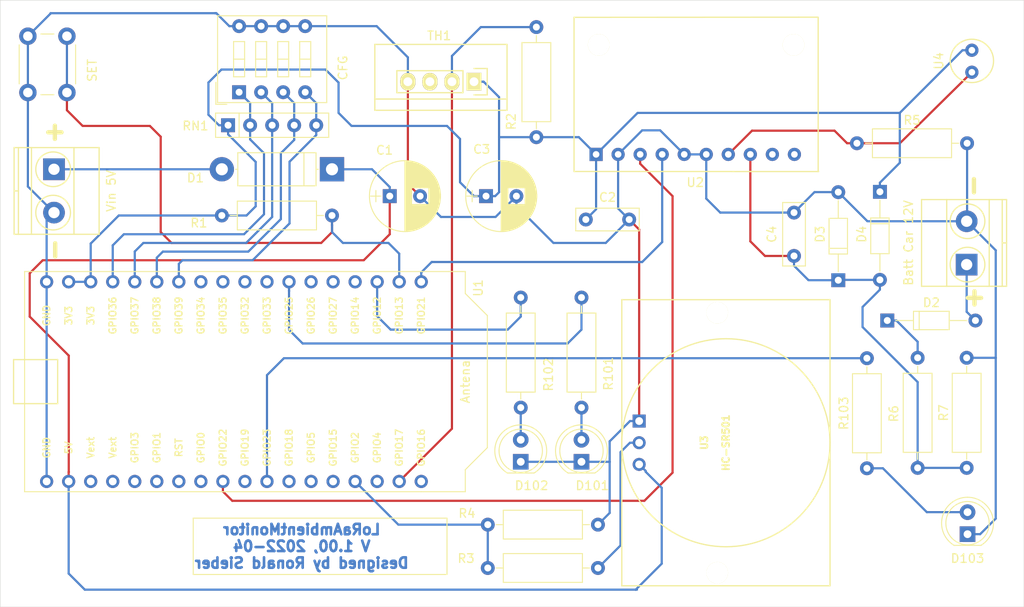
<source format=kicad_pcb>
(kicad_pcb (version 20171130) (host pcbnew "(5.1.5)-1")

  (general
    (thickness 1.6)
    (drawings 13)
    (tracks 246)
    (zones 0)
    (modules 35)
    (nets 47)
  )

  (page A4)
  (layers
    (0 F.Cu signal)
    (31 B.Cu signal)
    (32 B.Adhes user)
    (33 F.Adhes user)
    (34 B.Paste user)
    (35 F.Paste user)
    (36 B.SilkS user)
    (37 F.SilkS user)
    (38 B.Mask user)
    (39 F.Mask user)
    (40 Dwgs.User user)
    (41 Cmts.User user)
    (42 Eco1.User user)
    (43 Eco2.User user)
    (44 Edge.Cuts user)
    (45 Margin user)
    (46 B.CrtYd user)
    (47 F.CrtYd user)
    (48 B.Fab user)
    (49 F.Fab user)
  )

  (setup
    (last_trace_width 0.25)
    (trace_clearance 0.2)
    (zone_clearance 0.508)
    (zone_45_only no)
    (trace_min 0.2)
    (via_size 0.8)
    (via_drill 0.4)
    (via_min_size 0.4)
    (via_min_drill 0.3)
    (uvia_size 0.3)
    (uvia_drill 0.1)
    (uvias_allowed no)
    (uvia_min_size 0.2)
    (uvia_min_drill 0.1)
    (edge_width 0.05)
    (segment_width 0.2)
    (pcb_text_width 0.3)
    (pcb_text_size 1.5 1.5)
    (mod_edge_width 0.12)
    (mod_text_size 1 1)
    (mod_text_width 0.15)
    (pad_size 4 4)
    (pad_drill 4)
    (pad_to_mask_clearance 0.051)
    (solder_mask_min_width 0.25)
    (aux_axis_origin 0 0)
    (visible_elements 7FFFFFFF)
    (pcbplotparams
      (layerselection 0x010fc_ffffffff)
      (usegerberextensions false)
      (usegerberattributes false)
      (usegerberadvancedattributes false)
      (creategerberjobfile false)
      (excludeedgelayer true)
      (linewidth 0.100000)
      (plotframeref false)
      (viasonmask false)
      (mode 1)
      (useauxorigin false)
      (hpglpennumber 1)
      (hpglpenspeed 20)
      (hpglpendiameter 15.000000)
      (psnegative false)
      (psa4output false)
      (plotreference true)
      (plotvalue true)
      (plotinvisibletext false)
      (padsonsilk false)
      (subtractmaskfromsilk false)
      (outputformat 4)
      (mirror false)
      (drillshape 0)
      (scaleselection 1)
      (outputdirectory ""))
  )

  (net 0 "")
  (net 1 +5V)
  (net 2 GND)
  (net 3 +3V3)
  (net 4 "Net-(C4-Pad1)")
  (net 5 "Net-(D1-Pad2)")
  (net 6 "Net-(D2-Pad1)")
  (net 7 "Net-(D2-Pad2)")
  (net 8 "Net-(D101-Pad2)")
  (net 9 "Net-(D102-Pad2)")
  (net 10 "Net-(R1-Pad2)")
  (net 11 "Net-(R2-Pad1)")
  (net 12 "Net-(R3-Pad1)")
  (net 13 "Net-(R3-Pad2)")
  (net 14 "Net-(R5-Pad1)")
  (net 15 "Net-(R101-Pad2)")
  (net 16 "Net-(R102-Pad2)")
  (net 17 "Net-(RN1-Pad5)")
  (net 18 "Net-(RN1-Pad4)")
  (net 19 "Net-(RN1-Pad3)")
  (net 20 "Net-(RN1-Pad2)")
  (net 21 "Net-(TH1-Pad3)")
  (net 22 "Net-(U1-Pad3)")
  (net 23 "Net-(U1-Pad4)")
  (net 24 "Net-(U1-Pad5)")
  (net 25 "Net-(U1-Pad6)")
  (net 26 "Net-(U1-Pad7)")
  (net 27 "Net-(U1-Pad8)")
  (net 28 "Net-(U1-Pad9)")
  (net 29 "Net-(U1-Pad10)")
  (net 30 "Net-(U1-Pad12)")
  (net 31 "Net-(U1-Pad13)")
  (net 32 "Net-(U1-Pad14)")
  (net 33 "Net-(U1-Pad16)")
  (net 34 "Net-(U1-Pad18)")
  (net 35 "Net-(U1-Pad19)")
  (net 36 "Net-(U1-Pad22)")
  (net 37 "Net-(U1-Pad23)")
  (net 38 "Net-(U1-Pad24)")
  (net 39 "Net-(U1-Pad26)")
  (net 40 "Net-(U1-Pad27)")
  (net 41 "Net-(U1-Pad28)")
  (net 42 "Net-(U1-Pad29)")
  (net 43 "Net-(U2-Pad9)")
  (net 44 "Net-(U2-Pad10)")
  (net 45 "Net-(D103-Pad2)")
  (net 46 "Net-(R103-Pad2)")

  (net_class Default "Dies ist die voreingestellte Netzklasse."
    (clearance 0.2)
    (trace_width 0.25)
    (via_dia 0.8)
    (via_drill 0.4)
    (uvia_dia 0.3)
    (uvia_drill 0.1)
    (add_net +3V3)
    (add_net +5V)
    (add_net GND)
    (add_net "Net-(C4-Pad1)")
    (add_net "Net-(D1-Pad2)")
    (add_net "Net-(D101-Pad2)")
    (add_net "Net-(D102-Pad2)")
    (add_net "Net-(D103-Pad2)")
    (add_net "Net-(D2-Pad1)")
    (add_net "Net-(D2-Pad2)")
    (add_net "Net-(R1-Pad2)")
    (add_net "Net-(R101-Pad2)")
    (add_net "Net-(R102-Pad2)")
    (add_net "Net-(R103-Pad2)")
    (add_net "Net-(R2-Pad1)")
    (add_net "Net-(R3-Pad1)")
    (add_net "Net-(R3-Pad2)")
    (add_net "Net-(R5-Pad1)")
    (add_net "Net-(RN1-Pad2)")
    (add_net "Net-(RN1-Pad3)")
    (add_net "Net-(RN1-Pad4)")
    (add_net "Net-(RN1-Pad5)")
    (add_net "Net-(TH1-Pad3)")
    (add_net "Net-(U1-Pad10)")
    (add_net "Net-(U1-Pad12)")
    (add_net "Net-(U1-Pad13)")
    (add_net "Net-(U1-Pad14)")
    (add_net "Net-(U1-Pad16)")
    (add_net "Net-(U1-Pad18)")
    (add_net "Net-(U1-Pad19)")
    (add_net "Net-(U1-Pad22)")
    (add_net "Net-(U1-Pad23)")
    (add_net "Net-(U1-Pad24)")
    (add_net "Net-(U1-Pad26)")
    (add_net "Net-(U1-Pad27)")
    (add_net "Net-(U1-Pad28)")
    (add_net "Net-(U1-Pad29)")
    (add_net "Net-(U1-Pad3)")
    (add_net "Net-(U1-Pad4)")
    (add_net "Net-(U1-Pad5)")
    (add_net "Net-(U1-Pad6)")
    (add_net "Net-(U1-Pad7)")
    (add_net "Net-(U1-Pad8)")
    (add_net "Net-(U1-Pad9)")
    (add_net "Net-(U2-Pad10)")
    (add_net "Net-(U2-Pad9)")
  )

  (module HC-SR501:HC-SR501 (layer F.Cu) (tedit 625C5CEF) (tstamp 62547FA0)
    (at 153.65 111.05 270)
    (path /6209E78E)
    (fp_text reference U3 (at 0 2.5 90) (layer F.SilkS)
      (effects (font (size 0.8 0.8) (thickness 0.2)))
    )
    (fp_text value HC-SR501 (at 0 0 90) (layer F.SilkS)
      (effects (font (size 0.8 0.8) (thickness 0.2)))
    )
    (fp_circle (center 0 0) (end 12 0) (layer F.SilkS) (width 0.15))
    (fp_line (start -16.5 -12) (end 16.5 -12) (layer F.SilkS) (width 0.15))
    (fp_line (start 16.5 -12) (end 16.5 12) (layer F.SilkS) (width 0.15))
    (fp_line (start 16.5 12) (end -16.5 12) (layer F.SilkS) (width 0.15))
    (fp_line (start -16.5 12) (end -16.5 -12) (layer F.SilkS) (width 0.15))
    (pad 1 thru_hole rect (at -2.5 10 270) (size 1.5 1.5) (drill 0.9) (layers *.Cu *.Mask)
      (net 2 GND))
    (pad 2 thru_hole circle (at 0 10 270) (size 1.5 1.5) (drill 0.9) (layers *.Cu *.Mask)
      (net 12 "Net-(R3-Pad1)"))
    (pad 3 thru_hole circle (at 2.5 10 270) (size 1.5 1.5) (drill 0.9) (layers *.Cu *.Mask)
      (net 1 +5V))
    (pad "" np_thru_hole circle (at 15 1 270) (size 2.5 2.5) (drill 2.5) (layers *.Cu *.Mask F.SilkS))
    (pad "" np_thru_hole circle (at -15 1 270) (size 2.5 2.5) (drill 2.5) (layers *.Cu *.Mask F.SilkS))
    (model ${USRMOD}/HC-SR501/HC-SR501.wrl
      (offset (xyz 10.66799983978271 -25.39999961853027 -6.857999897003174))
      (scale (xyz 0.3739 0.3739 0.3739))
      (rotate (xyz -90 0 180))
    )
  )

  (module Adafruit_ADS1115:Adafruit_ADS1115 (layer F.Cu) (tedit 625B0E0B) (tstamp 6213F73F)
    (at 150.114 70.866)
    (path /62117DE5)
    (fp_text reference U2 (at 0 10.16) (layer F.SilkS)
      (effects (font (size 1 1) (thickness 0.15)))
    )
    (fp_text value Adafruit_ADS1115 (at 0 -7.62) (layer F.Fab)
      (effects (font (size 1 1) (thickness 0.15)))
    )
    (fp_line (start -13.97 8.89) (end -13.97 -8.89) (layer F.SilkS) (width 0.15))
    (fp_line (start 14.23 8.9) (end -13.97 8.89) (layer F.SilkS) (width 0.15))
    (fp_line (start 14.17 -8.89) (end 14.17 8.89) (layer F.SilkS) (width 0.15))
    (fp_line (start -13.97 -8.89) (end 14.15 -8.91) (layer F.SilkS) (width 0.15))
    (pad "" np_thru_hole circle (at -11.13 -5.715) (size 2.5 2.5) (drill 2.5) (layers *.Cu *.Mask F.SilkS))
    (pad "" np_thru_hole circle (at 11.33 -5.715) (size 2.5 2.5) (drill 2.5) (layers *.Cu *.Mask F.SilkS))
    (pad 10 thru_hole circle (at 11.43 6.92) (size 1.524 1.524) (drill 0.762) (layers *.Cu *.Mask)
      (net 44 "Net-(U2-Pad10)"))
    (pad 9 thru_hole circle (at 8.89 6.92) (size 1.524 1.524) (drill 0.762) (layers *.Cu *.Mask)
      (net 43 "Net-(U2-Pad9)"))
    (pad 8 thru_hole circle (at 6.35 6.92) (size 1.524 1.524) (drill 0.762) (layers *.Cu *.Mask)
      (net 4 "Net-(C4-Pad1)"))
    (pad 7 thru_hole circle (at 3.81 6.92) (size 1.524 1.524) (drill 0.762) (layers *.Cu *.Mask)
      (net 14 "Net-(R5-Pad1)"))
    (pad 6 thru_hole circle (at 1.27 6.92) (size 1.524 1.524) (drill 0.762) (layers *.Cu *.Mask)
      (net 2 GND))
    (pad 5 thru_hole circle (at -1.27 6.92) (size 1.524 1.524) (drill 0.762) (layers *.Cu *.Mask)
      (net 2 GND))
    (pad 4 thru_hole circle (at -3.81 6.92) (size 1.524 1.524) (drill 0.762) (layers *.Cu *.Mask)
      (net 35 "Net-(U1-Pad19)"))
    (pad 3 thru_hole circle (at -6.35 6.92) (size 1.524 1.524) (drill 0.762) (layers *.Cu *.Mask)
      (net 28 "Net-(U1-Pad9)"))
    (pad 2 thru_hole circle (at -8.89 6.92) (size 1.524 1.524) (drill 0.762) (layers *.Cu *.Mask)
      (net 2 GND))
    (pad 1 thru_hole rect (at -11.43 6.92) (size 1.524 1.524) (drill 0.762) (layers *.Cu *.Mask)
      (net 3 +3V3))
    (model "${USRMOD}/Adafruit_ADS1115/16Bit I2C ADC+PGA - ADS1115.stp"
      (offset (xyz 0 0 1.5))
      (scale (xyz 1 1 1))
      (rotate (xyz 0 0 0))
    )
  )

  (module Resistors_THT:R_Array_SIP5 (layer F.Cu) (tedit 57FA3974) (tstamp 6213F659)
    (at 96.266 74.422)
    (descr "5-pin Resistor SIP pack")
    (tags R)
    (path /620D01E5)
    (fp_text reference RN1 (at -3.766 0.078) (layer F.SilkS)
      (effects (font (size 1 1) (thickness 0.15)))
    )
    (fp_text value "SIL 5-4 4,7K" (at 17.334 0.778) (layer F.Fab)
      (effects (font (size 1 1) (thickness 0.15)))
    )
    (fp_line (start 11.9 -1.65) (end -1.7 -1.65) (layer F.CrtYd) (width 0.05))
    (fp_line (start 11.9 1.65) (end 11.9 -1.65) (layer F.CrtYd) (width 0.05))
    (fp_line (start -1.7 1.65) (end 11.9 1.65) (layer F.CrtYd) (width 0.05))
    (fp_line (start -1.7 -1.65) (end -1.7 1.65) (layer F.CrtYd) (width 0.05))
    (fp_line (start 1.27 -1.4) (end 1.27 1.4) (layer F.SilkS) (width 0.12))
    (fp_line (start 11.6 -1.4) (end -1.44 -1.4) (layer F.SilkS) (width 0.12))
    (fp_line (start 11.6 1.4) (end 11.6 -1.4) (layer F.SilkS) (width 0.12))
    (fp_line (start -1.44 1.4) (end 11.6 1.4) (layer F.SilkS) (width 0.12))
    (fp_line (start -1.44 -1.4) (end -1.44 1.4) (layer F.SilkS) (width 0.12))
    (fp_line (start 1.27 -1.25) (end 1.27 1.25) (layer F.Fab) (width 0.1))
    (fp_line (start 11.45 -1.25) (end -1.29 -1.25) (layer F.Fab) (width 0.1))
    (fp_line (start 11.45 1.25) (end 11.45 -1.25) (layer F.Fab) (width 0.1))
    (fp_line (start -1.29 1.25) (end 11.45 1.25) (layer F.Fab) (width 0.1))
    (fp_line (start -1.29 -1.25) (end -1.29 1.25) (layer F.Fab) (width 0.1))
    (pad 5 thru_hole oval (at 10.16 0) (size 1.6 1.6) (drill 0.8) (layers *.Cu *.Mask)
      (net 17 "Net-(RN1-Pad5)"))
    (pad 4 thru_hole oval (at 7.62 0) (size 1.6 1.6) (drill 0.8) (layers *.Cu *.Mask)
      (net 18 "Net-(RN1-Pad4)"))
    (pad 3 thru_hole oval (at 5.08 0) (size 1.6 1.6) (drill 0.8) (layers *.Cu *.Mask)
      (net 19 "Net-(RN1-Pad3)"))
    (pad 2 thru_hole oval (at 2.54 0) (size 1.6 1.6) (drill 0.8) (layers *.Cu *.Mask)
      (net 20 "Net-(RN1-Pad2)"))
    (pad 1 thru_hole rect (at 0 0) (size 1.6 1.6) (drill 0.8) (layers *.Cu *.Mask)
      (net 3 +3V3))
    (model ${KISYS3DMOD}/Resistor_THT.3dshapes/R_Array_SIP5.wrl
      (at (xyz 0 0 0))
      (scale (xyz 1 1 1))
      (rotate (xyz 0 0 0))
    )
  )

  (module Mounting_Holes:MountingHole_4mm (layer F.Cu) (tedit 56D1B4CB) (tstamp 5FF89C9E)
    (at 171.3 122.85)
    (descr "Mounting Hole 4mm, no annular")
    (tags "mounting hole 4mm no annular")
    (attr virtual)
    (fp_text reference REF** (at 0 -5) (layer F.SilkS) hide
      (effects (font (size 1 1) (thickness 0.15)))
    )
    (fp_text value MountingHole_4mm (at 0 5) (layer F.Fab) hide
      (effects (font (size 1 1) (thickness 0.15)))
    )
    (fp_text user %R (at 0.3 0) (layer F.Fab) hide
      (effects (font (size 1 1) (thickness 0.15)))
    )
    (fp_circle (center 0 0) (end 4 0) (layer Cmts.User) (width 0.15))
    (fp_circle (center 0 0) (end 4.25 0) (layer F.CrtYd) (width 0.05))
    (pad 1 np_thru_hole circle (at 0 0) (size 4 4) (drill 4) (layers *.Cu *.Mask))
  )

  (module Mounting_Holes:MountingHole_4mm (layer F.Cu) (tedit 56D1B4CB) (tstamp 5FF89C48)
    (at 171.3 67.15)
    (descr "Mounting Hole 4mm, no annular")
    (tags "mounting hole 4mm no annular")
    (attr virtual)
    (fp_text reference REF** (at 0 -5) (layer F.SilkS) hide
      (effects (font (size 1 1) (thickness 0.15)))
    )
    (fp_text value MountingHole_4mm (at 0 5) (layer F.Fab) hide
      (effects (font (size 1 1) (thickness 0.15)))
    )
    (fp_text user %R (at 0.3 0) (layer F.Fab) hide
      (effects (font (size 1 1) (thickness 0.15)))
    )
    (fp_circle (center 0 0) (end 4 0) (layer Cmts.User) (width 0.15))
    (fp_circle (center 0 0) (end 4.25 0) (layer F.CrtYd) (width 0.05))
    (pad 1 np_thru_hole circle (at 0 0) (size 4 4) (drill 4) (layers *.Cu *.Mask))
  )

  (module Mounting_Holes:MountingHole_4mm (layer F.Cu) (tedit 56D1B4CB) (tstamp 5FF89C09)
    (at 86.7 122.85)
    (descr "Mounting Hole 4mm, no annular")
    (tags "mounting hole 4mm no annular")
    (attr virtual)
    (fp_text reference REF** (at 0 -5) (layer F.SilkS) hide
      (effects (font (size 1 1) (thickness 0.15)))
    )
    (fp_text value MountingHole_4mm (at 0 5) (layer F.Fab) hide
      (effects (font (size 1 1) (thickness 0.15)))
    )
    (fp_text user %R (at 0.3 0) (layer F.Fab) hide
      (effects (font (size 1 1) (thickness 0.15)))
    )
    (fp_circle (center 0 0) (end 4 0) (layer Cmts.User) (width 0.15))
    (fp_circle (center 0 0) (end 4.25 0) (layer F.CrtYd) (width 0.05))
    (pad 1 np_thru_hole circle (at 0 0) (size 4 4) (drill 4) (layers *.Cu *.Mask))
  )

  (module Mounting_Holes:MountingHole_4mm (layer F.Cu) (tedit 56D1B4CB) (tstamp 5FF89A67)
    (at 86.7 67.15)
    (descr "Mounting Hole 4mm, no annular")
    (tags "mounting hole 4mm no annular")
    (attr virtual)
    (fp_text reference REF** (at 0 -5) (layer F.SilkS) hide
      (effects (font (size 1 1) (thickness 0.15)))
    )
    (fp_text value MountingHole_4mm (at 0 5) (layer F.Fab) hide
      (effects (font (size 1 1) (thickness 0.15)))
    )
    (fp_text user %R (at 0.3 0) (layer F.Fab) hide
      (effects (font (size 1 1) (thickness 0.15)))
    )
    (fp_circle (center 0 0) (end 4 0) (layer Cmts.User) (width 0.15))
    (fp_circle (center 0 0) (end 4.25 0) (layer F.CrtYd) (width 0.05))
    (pad 1 np_thru_hole circle (at 0 0) (size 4 4) (drill 4) (layers *.Cu *.Mask))
  )

  (module Capacitors_THT:CP_Radial_D8.0mm_P3.50mm (layer F.Cu) (tedit 597BC7C2) (tstamp 6213F414)
    (at 114.9 82.6)
    (descr "CP, Radial series, Radial, pin pitch=3.50mm, , diameter=8mm, Electrolytic Capacitor")
    (tags "CP Radial series Radial pin pitch 3.50mm  diameter 8mm Electrolytic Capacitor")
    (path /5FF9AA3C)
    (fp_text reference C1 (at -0.6 -5.3) (layer F.SilkS)
      (effects (font (size 1 1) (thickness 0.15)))
    )
    (fp_text value 100µF (at 1.75 5.31) (layer F.Fab)
      (effects (font (size 1 1) (thickness 0.15)))
    )
    (fp_circle (center 1.75 0) (end 5.75 0) (layer F.Fab) (width 0.1))
    (fp_circle (center 1.75 0) (end 5.84 0) (layer F.SilkS) (width 0.12))
    (fp_line (start -2.2 0) (end -1 0) (layer F.Fab) (width 0.1))
    (fp_line (start -1.6 -0.65) (end -1.6 0.65) (layer F.Fab) (width 0.1))
    (fp_line (start 1.75 -4.05) (end 1.75 4.05) (layer F.SilkS) (width 0.12))
    (fp_line (start 1.79 -4.05) (end 1.79 4.05) (layer F.SilkS) (width 0.12))
    (fp_line (start 1.83 -4.05) (end 1.83 4.05) (layer F.SilkS) (width 0.12))
    (fp_line (start 1.87 -4.049) (end 1.87 4.049) (layer F.SilkS) (width 0.12))
    (fp_line (start 1.91 -4.047) (end 1.91 4.047) (layer F.SilkS) (width 0.12))
    (fp_line (start 1.95 -4.046) (end 1.95 4.046) (layer F.SilkS) (width 0.12))
    (fp_line (start 1.99 -4.043) (end 1.99 4.043) (layer F.SilkS) (width 0.12))
    (fp_line (start 2.03 -4.041) (end 2.03 4.041) (layer F.SilkS) (width 0.12))
    (fp_line (start 2.07 -4.038) (end 2.07 4.038) (layer F.SilkS) (width 0.12))
    (fp_line (start 2.11 -4.035) (end 2.11 4.035) (layer F.SilkS) (width 0.12))
    (fp_line (start 2.15 -4.031) (end 2.15 4.031) (layer F.SilkS) (width 0.12))
    (fp_line (start 2.19 -4.027) (end 2.19 4.027) (layer F.SilkS) (width 0.12))
    (fp_line (start 2.23 -4.022) (end 2.23 4.022) (layer F.SilkS) (width 0.12))
    (fp_line (start 2.27 -4.017) (end 2.27 4.017) (layer F.SilkS) (width 0.12))
    (fp_line (start 2.31 -4.012) (end 2.31 4.012) (layer F.SilkS) (width 0.12))
    (fp_line (start 2.35 -4.006) (end 2.35 4.006) (layer F.SilkS) (width 0.12))
    (fp_line (start 2.39 -4) (end 2.39 4) (layer F.SilkS) (width 0.12))
    (fp_line (start 2.43 -3.994) (end 2.43 3.994) (layer F.SilkS) (width 0.12))
    (fp_line (start 2.471 -3.987) (end 2.471 3.987) (layer F.SilkS) (width 0.12))
    (fp_line (start 2.511 -3.979) (end 2.511 3.979) (layer F.SilkS) (width 0.12))
    (fp_line (start 2.551 -3.971) (end 2.551 -0.98) (layer F.SilkS) (width 0.12))
    (fp_line (start 2.551 0.98) (end 2.551 3.971) (layer F.SilkS) (width 0.12))
    (fp_line (start 2.591 -3.963) (end 2.591 -0.98) (layer F.SilkS) (width 0.12))
    (fp_line (start 2.591 0.98) (end 2.591 3.963) (layer F.SilkS) (width 0.12))
    (fp_line (start 2.631 -3.955) (end 2.631 -0.98) (layer F.SilkS) (width 0.12))
    (fp_line (start 2.631 0.98) (end 2.631 3.955) (layer F.SilkS) (width 0.12))
    (fp_line (start 2.671 -3.946) (end 2.671 -0.98) (layer F.SilkS) (width 0.12))
    (fp_line (start 2.671 0.98) (end 2.671 3.946) (layer F.SilkS) (width 0.12))
    (fp_line (start 2.711 -3.936) (end 2.711 -0.98) (layer F.SilkS) (width 0.12))
    (fp_line (start 2.711 0.98) (end 2.711 3.936) (layer F.SilkS) (width 0.12))
    (fp_line (start 2.751 -3.926) (end 2.751 -0.98) (layer F.SilkS) (width 0.12))
    (fp_line (start 2.751 0.98) (end 2.751 3.926) (layer F.SilkS) (width 0.12))
    (fp_line (start 2.791 -3.916) (end 2.791 -0.98) (layer F.SilkS) (width 0.12))
    (fp_line (start 2.791 0.98) (end 2.791 3.916) (layer F.SilkS) (width 0.12))
    (fp_line (start 2.831 -3.905) (end 2.831 -0.98) (layer F.SilkS) (width 0.12))
    (fp_line (start 2.831 0.98) (end 2.831 3.905) (layer F.SilkS) (width 0.12))
    (fp_line (start 2.871 -3.894) (end 2.871 -0.98) (layer F.SilkS) (width 0.12))
    (fp_line (start 2.871 0.98) (end 2.871 3.894) (layer F.SilkS) (width 0.12))
    (fp_line (start 2.911 -3.883) (end 2.911 -0.98) (layer F.SilkS) (width 0.12))
    (fp_line (start 2.911 0.98) (end 2.911 3.883) (layer F.SilkS) (width 0.12))
    (fp_line (start 2.951 -3.87) (end 2.951 -0.98) (layer F.SilkS) (width 0.12))
    (fp_line (start 2.951 0.98) (end 2.951 3.87) (layer F.SilkS) (width 0.12))
    (fp_line (start 2.991 -3.858) (end 2.991 -0.98) (layer F.SilkS) (width 0.12))
    (fp_line (start 2.991 0.98) (end 2.991 3.858) (layer F.SilkS) (width 0.12))
    (fp_line (start 3.031 -3.845) (end 3.031 -0.98) (layer F.SilkS) (width 0.12))
    (fp_line (start 3.031 0.98) (end 3.031 3.845) (layer F.SilkS) (width 0.12))
    (fp_line (start 3.071 -3.832) (end 3.071 -0.98) (layer F.SilkS) (width 0.12))
    (fp_line (start 3.071 0.98) (end 3.071 3.832) (layer F.SilkS) (width 0.12))
    (fp_line (start 3.111 -3.818) (end 3.111 -0.98) (layer F.SilkS) (width 0.12))
    (fp_line (start 3.111 0.98) (end 3.111 3.818) (layer F.SilkS) (width 0.12))
    (fp_line (start 3.151 -3.803) (end 3.151 -0.98) (layer F.SilkS) (width 0.12))
    (fp_line (start 3.151 0.98) (end 3.151 3.803) (layer F.SilkS) (width 0.12))
    (fp_line (start 3.191 -3.789) (end 3.191 -0.98) (layer F.SilkS) (width 0.12))
    (fp_line (start 3.191 0.98) (end 3.191 3.789) (layer F.SilkS) (width 0.12))
    (fp_line (start 3.231 -3.773) (end 3.231 -0.98) (layer F.SilkS) (width 0.12))
    (fp_line (start 3.231 0.98) (end 3.231 3.773) (layer F.SilkS) (width 0.12))
    (fp_line (start 3.271 -3.758) (end 3.271 -0.98) (layer F.SilkS) (width 0.12))
    (fp_line (start 3.271 0.98) (end 3.271 3.758) (layer F.SilkS) (width 0.12))
    (fp_line (start 3.311 -3.741) (end 3.311 -0.98) (layer F.SilkS) (width 0.12))
    (fp_line (start 3.311 0.98) (end 3.311 3.741) (layer F.SilkS) (width 0.12))
    (fp_line (start 3.351 -3.725) (end 3.351 -0.98) (layer F.SilkS) (width 0.12))
    (fp_line (start 3.351 0.98) (end 3.351 3.725) (layer F.SilkS) (width 0.12))
    (fp_line (start 3.391 -3.707) (end 3.391 -0.98) (layer F.SilkS) (width 0.12))
    (fp_line (start 3.391 0.98) (end 3.391 3.707) (layer F.SilkS) (width 0.12))
    (fp_line (start 3.431 -3.69) (end 3.431 -0.98) (layer F.SilkS) (width 0.12))
    (fp_line (start 3.431 0.98) (end 3.431 3.69) (layer F.SilkS) (width 0.12))
    (fp_line (start 3.471 -3.671) (end 3.471 -0.98) (layer F.SilkS) (width 0.12))
    (fp_line (start 3.471 0.98) (end 3.471 3.671) (layer F.SilkS) (width 0.12))
    (fp_line (start 3.511 -3.652) (end 3.511 -0.98) (layer F.SilkS) (width 0.12))
    (fp_line (start 3.511 0.98) (end 3.511 3.652) (layer F.SilkS) (width 0.12))
    (fp_line (start 3.551 -3.633) (end 3.551 -0.98) (layer F.SilkS) (width 0.12))
    (fp_line (start 3.551 0.98) (end 3.551 3.633) (layer F.SilkS) (width 0.12))
    (fp_line (start 3.591 -3.613) (end 3.591 -0.98) (layer F.SilkS) (width 0.12))
    (fp_line (start 3.591 0.98) (end 3.591 3.613) (layer F.SilkS) (width 0.12))
    (fp_line (start 3.631 -3.593) (end 3.631 -0.98) (layer F.SilkS) (width 0.12))
    (fp_line (start 3.631 0.98) (end 3.631 3.593) (layer F.SilkS) (width 0.12))
    (fp_line (start 3.671 -3.572) (end 3.671 -0.98) (layer F.SilkS) (width 0.12))
    (fp_line (start 3.671 0.98) (end 3.671 3.572) (layer F.SilkS) (width 0.12))
    (fp_line (start 3.711 -3.55) (end 3.711 -0.98) (layer F.SilkS) (width 0.12))
    (fp_line (start 3.711 0.98) (end 3.711 3.55) (layer F.SilkS) (width 0.12))
    (fp_line (start 3.751 -3.528) (end 3.751 -0.98) (layer F.SilkS) (width 0.12))
    (fp_line (start 3.751 0.98) (end 3.751 3.528) (layer F.SilkS) (width 0.12))
    (fp_line (start 3.791 -3.505) (end 3.791 -0.98) (layer F.SilkS) (width 0.12))
    (fp_line (start 3.791 0.98) (end 3.791 3.505) (layer F.SilkS) (width 0.12))
    (fp_line (start 3.831 -3.482) (end 3.831 -0.98) (layer F.SilkS) (width 0.12))
    (fp_line (start 3.831 0.98) (end 3.831 3.482) (layer F.SilkS) (width 0.12))
    (fp_line (start 3.871 -3.458) (end 3.871 -0.98) (layer F.SilkS) (width 0.12))
    (fp_line (start 3.871 0.98) (end 3.871 3.458) (layer F.SilkS) (width 0.12))
    (fp_line (start 3.911 -3.434) (end 3.911 -0.98) (layer F.SilkS) (width 0.12))
    (fp_line (start 3.911 0.98) (end 3.911 3.434) (layer F.SilkS) (width 0.12))
    (fp_line (start 3.951 -3.408) (end 3.951 -0.98) (layer F.SilkS) (width 0.12))
    (fp_line (start 3.951 0.98) (end 3.951 3.408) (layer F.SilkS) (width 0.12))
    (fp_line (start 3.991 -3.383) (end 3.991 -0.98) (layer F.SilkS) (width 0.12))
    (fp_line (start 3.991 0.98) (end 3.991 3.383) (layer F.SilkS) (width 0.12))
    (fp_line (start 4.031 -3.356) (end 4.031 -0.98) (layer F.SilkS) (width 0.12))
    (fp_line (start 4.031 0.98) (end 4.031 3.356) (layer F.SilkS) (width 0.12))
    (fp_line (start 4.071 -3.329) (end 4.071 -0.98) (layer F.SilkS) (width 0.12))
    (fp_line (start 4.071 0.98) (end 4.071 3.329) (layer F.SilkS) (width 0.12))
    (fp_line (start 4.111 -3.301) (end 4.111 -0.98) (layer F.SilkS) (width 0.12))
    (fp_line (start 4.111 0.98) (end 4.111 3.301) (layer F.SilkS) (width 0.12))
    (fp_line (start 4.151 -3.272) (end 4.151 -0.98) (layer F.SilkS) (width 0.12))
    (fp_line (start 4.151 0.98) (end 4.151 3.272) (layer F.SilkS) (width 0.12))
    (fp_line (start 4.191 -3.243) (end 4.191 -0.98) (layer F.SilkS) (width 0.12))
    (fp_line (start 4.191 0.98) (end 4.191 3.243) (layer F.SilkS) (width 0.12))
    (fp_line (start 4.231 -3.213) (end 4.231 -0.98) (layer F.SilkS) (width 0.12))
    (fp_line (start 4.231 0.98) (end 4.231 3.213) (layer F.SilkS) (width 0.12))
    (fp_line (start 4.271 -3.182) (end 4.271 -0.98) (layer F.SilkS) (width 0.12))
    (fp_line (start 4.271 0.98) (end 4.271 3.182) (layer F.SilkS) (width 0.12))
    (fp_line (start 4.311 -3.15) (end 4.311 -0.98) (layer F.SilkS) (width 0.12))
    (fp_line (start 4.311 0.98) (end 4.311 3.15) (layer F.SilkS) (width 0.12))
    (fp_line (start 4.351 -3.118) (end 4.351 -0.98) (layer F.SilkS) (width 0.12))
    (fp_line (start 4.351 0.98) (end 4.351 3.118) (layer F.SilkS) (width 0.12))
    (fp_line (start 4.391 -3.084) (end 4.391 -0.98) (layer F.SilkS) (width 0.12))
    (fp_line (start 4.391 0.98) (end 4.391 3.084) (layer F.SilkS) (width 0.12))
    (fp_line (start 4.431 -3.05) (end 4.431 -0.98) (layer F.SilkS) (width 0.12))
    (fp_line (start 4.431 0.98) (end 4.431 3.05) (layer F.SilkS) (width 0.12))
    (fp_line (start 4.471 -3.015) (end 4.471 -0.98) (layer F.SilkS) (width 0.12))
    (fp_line (start 4.471 0.98) (end 4.471 3.015) (layer F.SilkS) (width 0.12))
    (fp_line (start 4.511 -2.979) (end 4.511 2.979) (layer F.SilkS) (width 0.12))
    (fp_line (start 4.551 -2.942) (end 4.551 2.942) (layer F.SilkS) (width 0.12))
    (fp_line (start 4.591 -2.904) (end 4.591 2.904) (layer F.SilkS) (width 0.12))
    (fp_line (start 4.631 -2.865) (end 4.631 2.865) (layer F.SilkS) (width 0.12))
    (fp_line (start 4.671 -2.824) (end 4.671 2.824) (layer F.SilkS) (width 0.12))
    (fp_line (start 4.711 -2.783) (end 4.711 2.783) (layer F.SilkS) (width 0.12))
    (fp_line (start 4.751 -2.74) (end 4.751 2.74) (layer F.SilkS) (width 0.12))
    (fp_line (start 4.791 -2.697) (end 4.791 2.697) (layer F.SilkS) (width 0.12))
    (fp_line (start 4.831 -2.652) (end 4.831 2.652) (layer F.SilkS) (width 0.12))
    (fp_line (start 4.871 -2.605) (end 4.871 2.605) (layer F.SilkS) (width 0.12))
    (fp_line (start 4.911 -2.557) (end 4.911 2.557) (layer F.SilkS) (width 0.12))
    (fp_line (start 4.951 -2.508) (end 4.951 2.508) (layer F.SilkS) (width 0.12))
    (fp_line (start 4.991 -2.457) (end 4.991 2.457) (layer F.SilkS) (width 0.12))
    (fp_line (start 5.031 -2.404) (end 5.031 2.404) (layer F.SilkS) (width 0.12))
    (fp_line (start 5.071 -2.349) (end 5.071 2.349) (layer F.SilkS) (width 0.12))
    (fp_line (start 5.111 -2.293) (end 5.111 2.293) (layer F.SilkS) (width 0.12))
    (fp_line (start 5.151 -2.234) (end 5.151 2.234) (layer F.SilkS) (width 0.12))
    (fp_line (start 5.191 -2.173) (end 5.191 2.173) (layer F.SilkS) (width 0.12))
    (fp_line (start 5.231 -2.109) (end 5.231 2.109) (layer F.SilkS) (width 0.12))
    (fp_line (start 5.271 -2.043) (end 5.271 2.043) (layer F.SilkS) (width 0.12))
    (fp_line (start 5.311 -1.974) (end 5.311 1.974) (layer F.SilkS) (width 0.12))
    (fp_line (start 5.351 -1.902) (end 5.351 1.902) (layer F.SilkS) (width 0.12))
    (fp_line (start 5.391 -1.826) (end 5.391 1.826) (layer F.SilkS) (width 0.12))
    (fp_line (start 5.431 -1.745) (end 5.431 1.745) (layer F.SilkS) (width 0.12))
    (fp_line (start 5.471 -1.66) (end 5.471 1.66) (layer F.SilkS) (width 0.12))
    (fp_line (start 5.511 -1.57) (end 5.511 1.57) (layer F.SilkS) (width 0.12))
    (fp_line (start 5.551 -1.473) (end 5.551 1.473) (layer F.SilkS) (width 0.12))
    (fp_line (start 5.591 -1.369) (end 5.591 1.369) (layer F.SilkS) (width 0.12))
    (fp_line (start 5.631 -1.254) (end 5.631 1.254) (layer F.SilkS) (width 0.12))
    (fp_line (start 5.671 -1.127) (end 5.671 1.127) (layer F.SilkS) (width 0.12))
    (fp_line (start 5.711 -0.983) (end 5.711 0.983) (layer F.SilkS) (width 0.12))
    (fp_line (start 5.751 -0.814) (end 5.751 0.814) (layer F.SilkS) (width 0.12))
    (fp_line (start 5.791 -0.598) (end 5.791 0.598) (layer F.SilkS) (width 0.12))
    (fp_line (start 5.831 -0.246) (end 5.831 0.246) (layer F.SilkS) (width 0.12))
    (fp_line (start -2.2 0) (end -1 0) (layer F.SilkS) (width 0.12))
    (fp_line (start -1.6 -0.65) (end -1.6 0.65) (layer F.SilkS) (width 0.12))
    (fp_line (start -2.6 -4.35) (end -2.6 4.35) (layer F.CrtYd) (width 0.05))
    (fp_line (start -2.6 4.35) (end 6.1 4.35) (layer F.CrtYd) (width 0.05))
    (fp_line (start 6.1 4.35) (end 6.1 -4.35) (layer F.CrtYd) (width 0.05))
    (fp_line (start 6.1 -4.35) (end -2.6 -4.35) (layer F.CrtYd) (width 0.05))
    (fp_text user %R (at 1.75 0) (layer F.Fab)
      (effects (font (size 1 1) (thickness 0.15)))
    )
    (pad 1 thru_hole rect (at 0 0) (size 1.6 1.6) (drill 0.8) (layers *.Cu *.Mask)
      (net 1 +5V))
    (pad 2 thru_hole circle (at 3.5 0) (size 1.6 1.6) (drill 0.8) (layers *.Cu *.Mask)
      (net 2 GND))
    (model ${KISYS3DMOD}/Capacitor_THT.3dshapes/CP_Radial_D8.0mm_P3.50mm.wrl
      (at (xyz 0 0 0))
      (scale (xyz 1 1 1))
      (rotate (xyz 0 0 0))
    )
  )

  (module Capacitors_THT:C_Rect_L7.2mm_W2.5mm_P5.00mm_FKS2_FKP2_MKS2_MKP2 (layer F.Cu) (tedit 597BC7C2) (tstamp 6213F427)
    (at 137.5 85.3)
    (descr "C, Rect series, Radial, pin pitch=5.00mm, , length*width=7.2*2.5mm^2, Capacitor, http://www.wima.com/EN/WIMA_FKS_2.pdf")
    (tags "C Rect series Radial pin pitch 5.00mm  length 7.2mm width 2.5mm Capacitor")
    (path /621A0ED0)
    (fp_text reference C2 (at 2.5 -2.56) (layer F.SilkS)
      (effects (font (size 1 1) (thickness 0.15)))
    )
    (fp_text value 1µF (at 2.5 2.56) (layer F.Fab)
      (effects (font (size 1 1) (thickness 0.15)))
    )
    (fp_line (start -1.1 -1.25) (end -1.1 1.25) (layer F.Fab) (width 0.1))
    (fp_line (start -1.1 1.25) (end 6.1 1.25) (layer F.Fab) (width 0.1))
    (fp_line (start 6.1 1.25) (end 6.1 -1.25) (layer F.Fab) (width 0.1))
    (fp_line (start 6.1 -1.25) (end -1.1 -1.25) (layer F.Fab) (width 0.1))
    (fp_line (start -1.16 -1.31) (end 6.16 -1.31) (layer F.SilkS) (width 0.12))
    (fp_line (start -1.16 1.31) (end 6.16 1.31) (layer F.SilkS) (width 0.12))
    (fp_line (start -1.16 -1.31) (end -1.16 1.31) (layer F.SilkS) (width 0.12))
    (fp_line (start 6.16 -1.31) (end 6.16 1.31) (layer F.SilkS) (width 0.12))
    (fp_line (start -1.45 -1.6) (end -1.45 1.6) (layer F.CrtYd) (width 0.05))
    (fp_line (start -1.45 1.6) (end 6.45 1.6) (layer F.CrtYd) (width 0.05))
    (fp_line (start 6.45 1.6) (end 6.45 -1.6) (layer F.CrtYd) (width 0.05))
    (fp_line (start 6.45 -1.6) (end -1.45 -1.6) (layer F.CrtYd) (width 0.05))
    (fp_text user %R (at 2.5 0) (layer F.Fab)
      (effects (font (size 1 1) (thickness 0.15)))
    )
    (pad 1 thru_hole circle (at 0 0) (size 1.6 1.6) (drill 0.8) (layers *.Cu *.Mask)
      (net 3 +3V3))
    (pad 2 thru_hole circle (at 5 0) (size 1.6 1.6) (drill 0.8) (layers *.Cu *.Mask)
      (net 2 GND))
    (model ${KISYS3DMOD}/Capacitor_THT.3dshapes/C_Rect_L7.2mm_W2.5mm_P5.00mm_FKS2_FKP2_MKS2_MKP2.wrl
      (at (xyz 0 0 0))
      (scale (xyz 1 1 0.5))
      (rotate (xyz 0 0 0))
    )
  )

  (module Capacitors_THT:CP_Radial_D8.0mm_P3.50mm (layer F.Cu) (tedit 597BC7C2) (tstamp 6213F4D0)
    (at 126 82.6)
    (descr "CP, Radial series, Radial, pin pitch=3.50mm, , diameter=8mm, Electrolytic Capacitor")
    (tags "CP Radial series Radial pin pitch 3.50mm  diameter 8mm Electrolytic Capacitor")
    (path /5FFAFFE1)
    (fp_text reference C3 (at -0.5 -5.4) (layer F.SilkS)
      (effects (font (size 1 1) (thickness 0.15)))
    )
    (fp_text value 47µF (at 1.75 5.31) (layer F.Fab)
      (effects (font (size 1 1) (thickness 0.15)))
    )
    (fp_text user %R (at 1.75 0) (layer F.Fab)
      (effects (font (size 1 1) (thickness 0.15)))
    )
    (fp_line (start 6.1 -4.35) (end -2.6 -4.35) (layer F.CrtYd) (width 0.05))
    (fp_line (start 6.1 4.35) (end 6.1 -4.35) (layer F.CrtYd) (width 0.05))
    (fp_line (start -2.6 4.35) (end 6.1 4.35) (layer F.CrtYd) (width 0.05))
    (fp_line (start -2.6 -4.35) (end -2.6 4.35) (layer F.CrtYd) (width 0.05))
    (fp_line (start -1.6 -0.65) (end -1.6 0.65) (layer F.SilkS) (width 0.12))
    (fp_line (start -2.2 0) (end -1 0) (layer F.SilkS) (width 0.12))
    (fp_line (start 5.831 -0.246) (end 5.831 0.246) (layer F.SilkS) (width 0.12))
    (fp_line (start 5.791 -0.598) (end 5.791 0.598) (layer F.SilkS) (width 0.12))
    (fp_line (start 5.751 -0.814) (end 5.751 0.814) (layer F.SilkS) (width 0.12))
    (fp_line (start 5.711 -0.983) (end 5.711 0.983) (layer F.SilkS) (width 0.12))
    (fp_line (start 5.671 -1.127) (end 5.671 1.127) (layer F.SilkS) (width 0.12))
    (fp_line (start 5.631 -1.254) (end 5.631 1.254) (layer F.SilkS) (width 0.12))
    (fp_line (start 5.591 -1.369) (end 5.591 1.369) (layer F.SilkS) (width 0.12))
    (fp_line (start 5.551 -1.473) (end 5.551 1.473) (layer F.SilkS) (width 0.12))
    (fp_line (start 5.511 -1.57) (end 5.511 1.57) (layer F.SilkS) (width 0.12))
    (fp_line (start 5.471 -1.66) (end 5.471 1.66) (layer F.SilkS) (width 0.12))
    (fp_line (start 5.431 -1.745) (end 5.431 1.745) (layer F.SilkS) (width 0.12))
    (fp_line (start 5.391 -1.826) (end 5.391 1.826) (layer F.SilkS) (width 0.12))
    (fp_line (start 5.351 -1.902) (end 5.351 1.902) (layer F.SilkS) (width 0.12))
    (fp_line (start 5.311 -1.974) (end 5.311 1.974) (layer F.SilkS) (width 0.12))
    (fp_line (start 5.271 -2.043) (end 5.271 2.043) (layer F.SilkS) (width 0.12))
    (fp_line (start 5.231 -2.109) (end 5.231 2.109) (layer F.SilkS) (width 0.12))
    (fp_line (start 5.191 -2.173) (end 5.191 2.173) (layer F.SilkS) (width 0.12))
    (fp_line (start 5.151 -2.234) (end 5.151 2.234) (layer F.SilkS) (width 0.12))
    (fp_line (start 5.111 -2.293) (end 5.111 2.293) (layer F.SilkS) (width 0.12))
    (fp_line (start 5.071 -2.349) (end 5.071 2.349) (layer F.SilkS) (width 0.12))
    (fp_line (start 5.031 -2.404) (end 5.031 2.404) (layer F.SilkS) (width 0.12))
    (fp_line (start 4.991 -2.457) (end 4.991 2.457) (layer F.SilkS) (width 0.12))
    (fp_line (start 4.951 -2.508) (end 4.951 2.508) (layer F.SilkS) (width 0.12))
    (fp_line (start 4.911 -2.557) (end 4.911 2.557) (layer F.SilkS) (width 0.12))
    (fp_line (start 4.871 -2.605) (end 4.871 2.605) (layer F.SilkS) (width 0.12))
    (fp_line (start 4.831 -2.652) (end 4.831 2.652) (layer F.SilkS) (width 0.12))
    (fp_line (start 4.791 -2.697) (end 4.791 2.697) (layer F.SilkS) (width 0.12))
    (fp_line (start 4.751 -2.74) (end 4.751 2.74) (layer F.SilkS) (width 0.12))
    (fp_line (start 4.711 -2.783) (end 4.711 2.783) (layer F.SilkS) (width 0.12))
    (fp_line (start 4.671 -2.824) (end 4.671 2.824) (layer F.SilkS) (width 0.12))
    (fp_line (start 4.631 -2.865) (end 4.631 2.865) (layer F.SilkS) (width 0.12))
    (fp_line (start 4.591 -2.904) (end 4.591 2.904) (layer F.SilkS) (width 0.12))
    (fp_line (start 4.551 -2.942) (end 4.551 2.942) (layer F.SilkS) (width 0.12))
    (fp_line (start 4.511 -2.979) (end 4.511 2.979) (layer F.SilkS) (width 0.12))
    (fp_line (start 4.471 0.98) (end 4.471 3.015) (layer F.SilkS) (width 0.12))
    (fp_line (start 4.471 -3.015) (end 4.471 -0.98) (layer F.SilkS) (width 0.12))
    (fp_line (start 4.431 0.98) (end 4.431 3.05) (layer F.SilkS) (width 0.12))
    (fp_line (start 4.431 -3.05) (end 4.431 -0.98) (layer F.SilkS) (width 0.12))
    (fp_line (start 4.391 0.98) (end 4.391 3.084) (layer F.SilkS) (width 0.12))
    (fp_line (start 4.391 -3.084) (end 4.391 -0.98) (layer F.SilkS) (width 0.12))
    (fp_line (start 4.351 0.98) (end 4.351 3.118) (layer F.SilkS) (width 0.12))
    (fp_line (start 4.351 -3.118) (end 4.351 -0.98) (layer F.SilkS) (width 0.12))
    (fp_line (start 4.311 0.98) (end 4.311 3.15) (layer F.SilkS) (width 0.12))
    (fp_line (start 4.311 -3.15) (end 4.311 -0.98) (layer F.SilkS) (width 0.12))
    (fp_line (start 4.271 0.98) (end 4.271 3.182) (layer F.SilkS) (width 0.12))
    (fp_line (start 4.271 -3.182) (end 4.271 -0.98) (layer F.SilkS) (width 0.12))
    (fp_line (start 4.231 0.98) (end 4.231 3.213) (layer F.SilkS) (width 0.12))
    (fp_line (start 4.231 -3.213) (end 4.231 -0.98) (layer F.SilkS) (width 0.12))
    (fp_line (start 4.191 0.98) (end 4.191 3.243) (layer F.SilkS) (width 0.12))
    (fp_line (start 4.191 -3.243) (end 4.191 -0.98) (layer F.SilkS) (width 0.12))
    (fp_line (start 4.151 0.98) (end 4.151 3.272) (layer F.SilkS) (width 0.12))
    (fp_line (start 4.151 -3.272) (end 4.151 -0.98) (layer F.SilkS) (width 0.12))
    (fp_line (start 4.111 0.98) (end 4.111 3.301) (layer F.SilkS) (width 0.12))
    (fp_line (start 4.111 -3.301) (end 4.111 -0.98) (layer F.SilkS) (width 0.12))
    (fp_line (start 4.071 0.98) (end 4.071 3.329) (layer F.SilkS) (width 0.12))
    (fp_line (start 4.071 -3.329) (end 4.071 -0.98) (layer F.SilkS) (width 0.12))
    (fp_line (start 4.031 0.98) (end 4.031 3.356) (layer F.SilkS) (width 0.12))
    (fp_line (start 4.031 -3.356) (end 4.031 -0.98) (layer F.SilkS) (width 0.12))
    (fp_line (start 3.991 0.98) (end 3.991 3.383) (layer F.SilkS) (width 0.12))
    (fp_line (start 3.991 -3.383) (end 3.991 -0.98) (layer F.SilkS) (width 0.12))
    (fp_line (start 3.951 0.98) (end 3.951 3.408) (layer F.SilkS) (width 0.12))
    (fp_line (start 3.951 -3.408) (end 3.951 -0.98) (layer F.SilkS) (width 0.12))
    (fp_line (start 3.911 0.98) (end 3.911 3.434) (layer F.SilkS) (width 0.12))
    (fp_line (start 3.911 -3.434) (end 3.911 -0.98) (layer F.SilkS) (width 0.12))
    (fp_line (start 3.871 0.98) (end 3.871 3.458) (layer F.SilkS) (width 0.12))
    (fp_line (start 3.871 -3.458) (end 3.871 -0.98) (layer F.SilkS) (width 0.12))
    (fp_line (start 3.831 0.98) (end 3.831 3.482) (layer F.SilkS) (width 0.12))
    (fp_line (start 3.831 -3.482) (end 3.831 -0.98) (layer F.SilkS) (width 0.12))
    (fp_line (start 3.791 0.98) (end 3.791 3.505) (layer F.SilkS) (width 0.12))
    (fp_line (start 3.791 -3.505) (end 3.791 -0.98) (layer F.SilkS) (width 0.12))
    (fp_line (start 3.751 0.98) (end 3.751 3.528) (layer F.SilkS) (width 0.12))
    (fp_line (start 3.751 -3.528) (end 3.751 -0.98) (layer F.SilkS) (width 0.12))
    (fp_line (start 3.711 0.98) (end 3.711 3.55) (layer F.SilkS) (width 0.12))
    (fp_line (start 3.711 -3.55) (end 3.711 -0.98) (layer F.SilkS) (width 0.12))
    (fp_line (start 3.671 0.98) (end 3.671 3.572) (layer F.SilkS) (width 0.12))
    (fp_line (start 3.671 -3.572) (end 3.671 -0.98) (layer F.SilkS) (width 0.12))
    (fp_line (start 3.631 0.98) (end 3.631 3.593) (layer F.SilkS) (width 0.12))
    (fp_line (start 3.631 -3.593) (end 3.631 -0.98) (layer F.SilkS) (width 0.12))
    (fp_line (start 3.591 0.98) (end 3.591 3.613) (layer F.SilkS) (width 0.12))
    (fp_line (start 3.591 -3.613) (end 3.591 -0.98) (layer F.SilkS) (width 0.12))
    (fp_line (start 3.551 0.98) (end 3.551 3.633) (layer F.SilkS) (width 0.12))
    (fp_line (start 3.551 -3.633) (end 3.551 -0.98) (layer F.SilkS) (width 0.12))
    (fp_line (start 3.511 0.98) (end 3.511 3.652) (layer F.SilkS) (width 0.12))
    (fp_line (start 3.511 -3.652) (end 3.511 -0.98) (layer F.SilkS) (width 0.12))
    (fp_line (start 3.471 0.98) (end 3.471 3.671) (layer F.SilkS) (width 0.12))
    (fp_line (start 3.471 -3.671) (end 3.471 -0.98) (layer F.SilkS) (width 0.12))
    (fp_line (start 3.431 0.98) (end 3.431 3.69) (layer F.SilkS) (width 0.12))
    (fp_line (start 3.431 -3.69) (end 3.431 -0.98) (layer F.SilkS) (width 0.12))
    (fp_line (start 3.391 0.98) (end 3.391 3.707) (layer F.SilkS) (width 0.12))
    (fp_line (start 3.391 -3.707) (end 3.391 -0.98) (layer F.SilkS) (width 0.12))
    (fp_line (start 3.351 0.98) (end 3.351 3.725) (layer F.SilkS) (width 0.12))
    (fp_line (start 3.351 -3.725) (end 3.351 -0.98) (layer F.SilkS) (width 0.12))
    (fp_line (start 3.311 0.98) (end 3.311 3.741) (layer F.SilkS) (width 0.12))
    (fp_line (start 3.311 -3.741) (end 3.311 -0.98) (layer F.SilkS) (width 0.12))
    (fp_line (start 3.271 0.98) (end 3.271 3.758) (layer F.SilkS) (width 0.12))
    (fp_line (start 3.271 -3.758) (end 3.271 -0.98) (layer F.SilkS) (width 0.12))
    (fp_line (start 3.231 0.98) (end 3.231 3.773) (layer F.SilkS) (width 0.12))
    (fp_line (start 3.231 -3.773) (end 3.231 -0.98) (layer F.SilkS) (width 0.12))
    (fp_line (start 3.191 0.98) (end 3.191 3.789) (layer F.SilkS) (width 0.12))
    (fp_line (start 3.191 -3.789) (end 3.191 -0.98) (layer F.SilkS) (width 0.12))
    (fp_line (start 3.151 0.98) (end 3.151 3.803) (layer F.SilkS) (width 0.12))
    (fp_line (start 3.151 -3.803) (end 3.151 -0.98) (layer F.SilkS) (width 0.12))
    (fp_line (start 3.111 0.98) (end 3.111 3.818) (layer F.SilkS) (width 0.12))
    (fp_line (start 3.111 -3.818) (end 3.111 -0.98) (layer F.SilkS) (width 0.12))
    (fp_line (start 3.071 0.98) (end 3.071 3.832) (layer F.SilkS) (width 0.12))
    (fp_line (start 3.071 -3.832) (end 3.071 -0.98) (layer F.SilkS) (width 0.12))
    (fp_line (start 3.031 0.98) (end 3.031 3.845) (layer F.SilkS) (width 0.12))
    (fp_line (start 3.031 -3.845) (end 3.031 -0.98) (layer F.SilkS) (width 0.12))
    (fp_line (start 2.991 0.98) (end 2.991 3.858) (layer F.SilkS) (width 0.12))
    (fp_line (start 2.991 -3.858) (end 2.991 -0.98) (layer F.SilkS) (width 0.12))
    (fp_line (start 2.951 0.98) (end 2.951 3.87) (layer F.SilkS) (width 0.12))
    (fp_line (start 2.951 -3.87) (end 2.951 -0.98) (layer F.SilkS) (width 0.12))
    (fp_line (start 2.911 0.98) (end 2.911 3.883) (layer F.SilkS) (width 0.12))
    (fp_line (start 2.911 -3.883) (end 2.911 -0.98) (layer F.SilkS) (width 0.12))
    (fp_line (start 2.871 0.98) (end 2.871 3.894) (layer F.SilkS) (width 0.12))
    (fp_line (start 2.871 -3.894) (end 2.871 -0.98) (layer F.SilkS) (width 0.12))
    (fp_line (start 2.831 0.98) (end 2.831 3.905) (layer F.SilkS) (width 0.12))
    (fp_line (start 2.831 -3.905) (end 2.831 -0.98) (layer F.SilkS) (width 0.12))
    (fp_line (start 2.791 0.98) (end 2.791 3.916) (layer F.SilkS) (width 0.12))
    (fp_line (start 2.791 -3.916) (end 2.791 -0.98) (layer F.SilkS) (width 0.12))
    (fp_line (start 2.751 0.98) (end 2.751 3.926) (layer F.SilkS) (width 0.12))
    (fp_line (start 2.751 -3.926) (end 2.751 -0.98) (layer F.SilkS) (width 0.12))
    (fp_line (start 2.711 0.98) (end 2.711 3.936) (layer F.SilkS) (width 0.12))
    (fp_line (start 2.711 -3.936) (end 2.711 -0.98) (layer F.SilkS) (width 0.12))
    (fp_line (start 2.671 0.98) (end 2.671 3.946) (layer F.SilkS) (width 0.12))
    (fp_line (start 2.671 -3.946) (end 2.671 -0.98) (layer F.SilkS) (width 0.12))
    (fp_line (start 2.631 0.98) (end 2.631 3.955) (layer F.SilkS) (width 0.12))
    (fp_line (start 2.631 -3.955) (end 2.631 -0.98) (layer F.SilkS) (width 0.12))
    (fp_line (start 2.591 0.98) (end 2.591 3.963) (layer F.SilkS) (width 0.12))
    (fp_line (start 2.591 -3.963) (end 2.591 -0.98) (layer F.SilkS) (width 0.12))
    (fp_line (start 2.551 0.98) (end 2.551 3.971) (layer F.SilkS) (width 0.12))
    (fp_line (start 2.551 -3.971) (end 2.551 -0.98) (layer F.SilkS) (width 0.12))
    (fp_line (start 2.511 -3.979) (end 2.511 3.979) (layer F.SilkS) (width 0.12))
    (fp_line (start 2.471 -3.987) (end 2.471 3.987) (layer F.SilkS) (width 0.12))
    (fp_line (start 2.43 -3.994) (end 2.43 3.994) (layer F.SilkS) (width 0.12))
    (fp_line (start 2.39 -4) (end 2.39 4) (layer F.SilkS) (width 0.12))
    (fp_line (start 2.35 -4.006) (end 2.35 4.006) (layer F.SilkS) (width 0.12))
    (fp_line (start 2.31 -4.012) (end 2.31 4.012) (layer F.SilkS) (width 0.12))
    (fp_line (start 2.27 -4.017) (end 2.27 4.017) (layer F.SilkS) (width 0.12))
    (fp_line (start 2.23 -4.022) (end 2.23 4.022) (layer F.SilkS) (width 0.12))
    (fp_line (start 2.19 -4.027) (end 2.19 4.027) (layer F.SilkS) (width 0.12))
    (fp_line (start 2.15 -4.031) (end 2.15 4.031) (layer F.SilkS) (width 0.12))
    (fp_line (start 2.11 -4.035) (end 2.11 4.035) (layer F.SilkS) (width 0.12))
    (fp_line (start 2.07 -4.038) (end 2.07 4.038) (layer F.SilkS) (width 0.12))
    (fp_line (start 2.03 -4.041) (end 2.03 4.041) (layer F.SilkS) (width 0.12))
    (fp_line (start 1.99 -4.043) (end 1.99 4.043) (layer F.SilkS) (width 0.12))
    (fp_line (start 1.95 -4.046) (end 1.95 4.046) (layer F.SilkS) (width 0.12))
    (fp_line (start 1.91 -4.047) (end 1.91 4.047) (layer F.SilkS) (width 0.12))
    (fp_line (start 1.87 -4.049) (end 1.87 4.049) (layer F.SilkS) (width 0.12))
    (fp_line (start 1.83 -4.05) (end 1.83 4.05) (layer F.SilkS) (width 0.12))
    (fp_line (start 1.79 -4.05) (end 1.79 4.05) (layer F.SilkS) (width 0.12))
    (fp_line (start 1.75 -4.05) (end 1.75 4.05) (layer F.SilkS) (width 0.12))
    (fp_line (start -1.6 -0.65) (end -1.6 0.65) (layer F.Fab) (width 0.1))
    (fp_line (start -2.2 0) (end -1 0) (layer F.Fab) (width 0.1))
    (fp_circle (center 1.75 0) (end 5.84 0) (layer F.SilkS) (width 0.12))
    (fp_circle (center 1.75 0) (end 5.75 0) (layer F.Fab) (width 0.1))
    (pad 2 thru_hole circle (at 3.5 0) (size 1.6 1.6) (drill 0.8) (layers *.Cu *.Mask)
      (net 2 GND))
    (pad 1 thru_hole rect (at 0 0) (size 1.6 1.6) (drill 0.8) (layers *.Cu *.Mask)
      (net 3 +3V3))
    (model ${KISYS3DMOD}/Capacitor_THT.3dshapes/CP_Radial_D8.0mm_P3.50mm.wrl
      (at (xyz 0 0 0))
      (scale (xyz 1 1 1))
      (rotate (xyz 0 0 0))
    )
  )

  (module Capacitors_THT:C_Rect_L7.2mm_W2.5mm_P5.00mm_FKS2_FKP2_MKS2_MKP2 (layer F.Cu) (tedit 597BC7C2) (tstamp 6213F4E3)
    (at 161.5 89.5 90)
    (descr "C, Rect series, Radial, pin pitch=5.00mm, , length*width=7.2*2.5mm^2, Capacitor, http://www.wima.com/EN/WIMA_FKS_2.pdf")
    (tags "C Rect series Radial pin pitch 5.00mm  length 7.2mm width 2.5mm Capacitor")
    (path /62141670)
    (fp_text reference C4 (at 2.5 -2.56 90) (layer F.SilkS)
      (effects (font (size 1 1) (thickness 0.15)))
    )
    (fp_text value 1µF (at 5.8 -2.8 270) (layer F.Fab)
      (effects (font (size 1 1) (thickness 0.15)))
    )
    (fp_text user %R (at 2.5 0 90) (layer F.Fab)
      (effects (font (size 1 1) (thickness 0.15)))
    )
    (fp_line (start 6.45 -1.6) (end -1.45 -1.6) (layer F.CrtYd) (width 0.05))
    (fp_line (start 6.45 1.6) (end 6.45 -1.6) (layer F.CrtYd) (width 0.05))
    (fp_line (start -1.45 1.6) (end 6.45 1.6) (layer F.CrtYd) (width 0.05))
    (fp_line (start -1.45 -1.6) (end -1.45 1.6) (layer F.CrtYd) (width 0.05))
    (fp_line (start 6.16 -1.31) (end 6.16 1.31) (layer F.SilkS) (width 0.12))
    (fp_line (start -1.16 -1.31) (end -1.16 1.31) (layer F.SilkS) (width 0.12))
    (fp_line (start -1.16 1.31) (end 6.16 1.31) (layer F.SilkS) (width 0.12))
    (fp_line (start -1.16 -1.31) (end 6.16 -1.31) (layer F.SilkS) (width 0.12))
    (fp_line (start 6.1 -1.25) (end -1.1 -1.25) (layer F.Fab) (width 0.1))
    (fp_line (start 6.1 1.25) (end 6.1 -1.25) (layer F.Fab) (width 0.1))
    (fp_line (start -1.1 1.25) (end 6.1 1.25) (layer F.Fab) (width 0.1))
    (fp_line (start -1.1 -1.25) (end -1.1 1.25) (layer F.Fab) (width 0.1))
    (pad 2 thru_hole circle (at 5 0 90) (size 1.6 1.6) (drill 0.8) (layers *.Cu *.Mask)
      (net 2 GND))
    (pad 1 thru_hole circle (at 0 0 90) (size 1.6 1.6) (drill 0.8) (layers *.Cu *.Mask)
      (net 4 "Net-(C4-Pad1)"))
    (model ${KISYS3DMOD}/Capacitor_THT.3dshapes/C_Rect_L7.2mm_W2.5mm_P5.00mm_FKS2_FKP2_MKS2_MKP2.wrl
      (at (xyz 0 0 0))
      (scale (xyz 1 1 0.5))
      (rotate (xyz 0 0 0))
    )
  )

  (module Diodes_THT:D_5W_P12.70mm_Horizontal (layer F.Cu) (tedit 5921392E) (tstamp 6213F4FC)
    (at 108.244 79.502 180)
    (descr "D, 5W series, Axial, Horizontal, pin pitch=12.7mm, , length*diameter=8.9*3.7mm^2, , http://www.diodes.com/_files/packages/8686949.gif")
    (tags "D 5W series Axial Horizontal pin pitch 12.7mm  length 8.9mm diameter 3.7mm")
    (path /5FF85EA5)
    (fp_text reference D1 (at 15.744 -0.998) (layer F.SilkS)
      (effects (font (size 1 1) (thickness 0.15)))
    )
    (fp_text value 1N4001 (at 6.35 0.002) (layer F.Fab)
      (effects (font (size 1 1) (thickness 0.15)))
    )
    (fp_line (start 14.35 -2.2) (end -1.65 -2.2) (layer F.CrtYd) (width 0.05))
    (fp_line (start 14.35 2.2) (end 14.35 -2.2) (layer F.CrtYd) (width 0.05))
    (fp_line (start -1.65 2.2) (end 14.35 2.2) (layer F.CrtYd) (width 0.05))
    (fp_line (start -1.65 -2.2) (end -1.65 2.2) (layer F.CrtYd) (width 0.05))
    (fp_line (start 3.235 -1.91) (end 3.235 1.91) (layer F.SilkS) (width 0.12))
    (fp_line (start 11.12 0) (end 10.86 0) (layer F.SilkS) (width 0.12))
    (fp_line (start 1.58 0) (end 1.84 0) (layer F.SilkS) (width 0.12))
    (fp_line (start 10.86 -1.91) (end 1.84 -1.91) (layer F.SilkS) (width 0.12))
    (fp_line (start 10.86 1.91) (end 10.86 -1.91) (layer F.SilkS) (width 0.12))
    (fp_line (start 1.84 1.91) (end 10.86 1.91) (layer F.SilkS) (width 0.12))
    (fp_line (start 1.84 -1.91) (end 1.84 1.91) (layer F.SilkS) (width 0.12))
    (fp_line (start 3.235 -1.85) (end 3.235 1.85) (layer F.Fab) (width 0.1))
    (fp_line (start 12.7 0) (end 10.8 0) (layer F.Fab) (width 0.1))
    (fp_line (start 0 0) (end 1.9 0) (layer F.Fab) (width 0.1))
    (fp_line (start 10.8 -1.85) (end 1.9 -1.85) (layer F.Fab) (width 0.1))
    (fp_line (start 10.8 1.85) (end 10.8 -1.85) (layer F.Fab) (width 0.1))
    (fp_line (start 1.9 1.85) (end 10.8 1.85) (layer F.Fab) (width 0.1))
    (fp_line (start 1.9 -1.85) (end 1.9 1.85) (layer F.Fab) (width 0.1))
    (fp_text user %R (at 15.644 1.402) (layer F.Fab)
      (effects (font (size 1 1) (thickness 0.15)))
    )
    (pad 2 thru_hole oval (at 12.7 0 180) (size 2.8 2.8) (drill 1.4) (layers *.Cu *.Mask)
      (net 5 "Net-(D1-Pad2)"))
    (pad 1 thru_hole rect (at 0 0 180) (size 2.8 2.8) (drill 1.4) (layers *.Cu *.Mask)
      (net 1 +5V))
    (model ${KISYS3DMOD}/Diode_THT.3dshapes/D_5W_P12.70mm_Horizontal.wrl
      (at (xyz 0 0 0))
      (scale (xyz 1 1 1))
      (rotate (xyz 0 0 0))
    )
  )

  (module Diodes_THT:D_DO-35_SOD27_P10.16mm_Horizontal (layer F.Cu) (tedit 5921392E) (tstamp 6255D9D4)
    (at 172.25 96.95)
    (descr "D, DO-35_SOD27 series, Axial, Horizontal, pin pitch=10.16mm, , length*diameter=4*2mm^2, , http://www.diodes.com/_files/packages/DO-35.pdf")
    (tags "D DO-35_SOD27 series Axial Horizontal pin pitch 10.16mm  length 4mm diameter 2mm")
    (path /621286D5)
    (fp_text reference D2 (at 5.08 -2.06) (layer F.SilkS)
      (effects (font (size 1 1) (thickness 0.15)))
    )
    (fp_text value 1N4148 (at 5.08 2.06) (layer F.Fab)
      (effects (font (size 1 1) (thickness 0.15)))
    )
    (fp_text user %R (at 5.08 0) (layer F.Fab)
      (effects (font (size 1 1) (thickness 0.15)))
    )
    (fp_line (start 3.08 -1) (end 3.08 1) (layer F.Fab) (width 0.1))
    (fp_line (start 3.08 1) (end 7.08 1) (layer F.Fab) (width 0.1))
    (fp_line (start 7.08 1) (end 7.08 -1) (layer F.Fab) (width 0.1))
    (fp_line (start 7.08 -1) (end 3.08 -1) (layer F.Fab) (width 0.1))
    (fp_line (start 0 0) (end 3.08 0) (layer F.Fab) (width 0.1))
    (fp_line (start 10.16 0) (end 7.08 0) (layer F.Fab) (width 0.1))
    (fp_line (start 3.68 -1) (end 3.68 1) (layer F.Fab) (width 0.1))
    (fp_line (start 3.02 -1.06) (end 3.02 1.06) (layer F.SilkS) (width 0.12))
    (fp_line (start 3.02 1.06) (end 7.14 1.06) (layer F.SilkS) (width 0.12))
    (fp_line (start 7.14 1.06) (end 7.14 -1.06) (layer F.SilkS) (width 0.12))
    (fp_line (start 7.14 -1.06) (end 3.02 -1.06) (layer F.SilkS) (width 0.12))
    (fp_line (start 0.98 0) (end 3.02 0) (layer F.SilkS) (width 0.12))
    (fp_line (start 9.18 0) (end 7.14 0) (layer F.SilkS) (width 0.12))
    (fp_line (start 3.68 -1.06) (end 3.68 1.06) (layer F.SilkS) (width 0.12))
    (fp_line (start -1.05 -1.35) (end -1.05 1.35) (layer F.CrtYd) (width 0.05))
    (fp_line (start -1.05 1.35) (end 11.25 1.35) (layer F.CrtYd) (width 0.05))
    (fp_line (start 11.25 1.35) (end 11.25 -1.35) (layer F.CrtYd) (width 0.05))
    (fp_line (start 11.25 -1.35) (end -1.05 -1.35) (layer F.CrtYd) (width 0.05))
    (pad 1 thru_hole rect (at 0 0) (size 1.6 1.6) (drill 0.8) (layers *.Cu *.Mask)
      (net 6 "Net-(D2-Pad1)"))
    (pad 2 thru_hole oval (at 10.16 0) (size 1.6 1.6) (drill 0.8) (layers *.Cu *.Mask)
      (net 7 "Net-(D2-Pad2)"))
    (model ${KISYS3DMOD}/Diode_THT.3dshapes/D_DO-35_SOD27_P10.16mm_Horizontal.wrl
      (at (xyz 0 0 0))
      (scale (xyz 1 1 1))
      (rotate (xyz 0 0 0))
    )
  )

  (module Diodes_THT:D_DO-35_SOD27_P10.16mm_Horizontal (layer F.Cu) (tedit 5921392E) (tstamp 6213F52E)
    (at 166.6 92.3 90)
    (descr "D, DO-35_SOD27 series, Axial, Horizontal, pin pitch=10.16mm, , length*diameter=4*2mm^2, , http://www.diodes.com/_files/packages/DO-35.pdf")
    (tags "D DO-35_SOD27 series Axial Horizontal pin pitch 10.16mm  length 4mm diameter 2mm")
    (path /6211F0D8)
    (fp_text reference D3 (at 5.3 -2.1 90) (layer F.SilkS)
      (effects (font (size 1 1) (thickness 0.15)))
    )
    (fp_text value ZF4,7 (at 9 -2.3 90) (layer F.Fab)
      (effects (font (size 1 1) (thickness 0.15)))
    )
    (fp_line (start 11.25 -1.35) (end -1.05 -1.35) (layer F.CrtYd) (width 0.05))
    (fp_line (start 11.25 1.35) (end 11.25 -1.35) (layer F.CrtYd) (width 0.05))
    (fp_line (start -1.05 1.35) (end 11.25 1.35) (layer F.CrtYd) (width 0.05))
    (fp_line (start -1.05 -1.35) (end -1.05 1.35) (layer F.CrtYd) (width 0.05))
    (fp_line (start 3.68 -1.06) (end 3.68 1.06) (layer F.SilkS) (width 0.12))
    (fp_line (start 9.18 0) (end 7.14 0) (layer F.SilkS) (width 0.12))
    (fp_line (start 0.98 0) (end 3.02 0) (layer F.SilkS) (width 0.12))
    (fp_line (start 7.14 -1.06) (end 3.02 -1.06) (layer F.SilkS) (width 0.12))
    (fp_line (start 7.14 1.06) (end 7.14 -1.06) (layer F.SilkS) (width 0.12))
    (fp_line (start 3.02 1.06) (end 7.14 1.06) (layer F.SilkS) (width 0.12))
    (fp_line (start 3.02 -1.06) (end 3.02 1.06) (layer F.SilkS) (width 0.12))
    (fp_line (start 3.68 -1) (end 3.68 1) (layer F.Fab) (width 0.1))
    (fp_line (start 10.16 0) (end 7.08 0) (layer F.Fab) (width 0.1))
    (fp_line (start 0 0) (end 3.08 0) (layer F.Fab) (width 0.1))
    (fp_line (start 7.08 -1) (end 3.08 -1) (layer F.Fab) (width 0.1))
    (fp_line (start 7.08 1) (end 7.08 -1) (layer F.Fab) (width 0.1))
    (fp_line (start 3.08 1) (end 7.08 1) (layer F.Fab) (width 0.1))
    (fp_line (start 3.08 -1) (end 3.08 1) (layer F.Fab) (width 0.1))
    (fp_text user %R (at 5.08 0 90) (layer F.Fab)
      (effects (font (size 1 1) (thickness 0.15)))
    )
    (pad 2 thru_hole oval (at 10.16 0 90) (size 1.6 1.6) (drill 0.8) (layers *.Cu *.Mask)
      (net 2 GND))
    (pad 1 thru_hole rect (at 0 0 90) (size 1.6 1.6) (drill 0.8) (layers *.Cu *.Mask)
      (net 4 "Net-(C4-Pad1)"))
    (model ${KISYS3DMOD}/Diode_THT.3dshapes/D_DO-35_SOD27_P10.16mm_Horizontal.wrl
      (at (xyz 0 0 0))
      (scale (xyz 1 1 1))
      (rotate (xyz 0 0 0))
    )
  )

  (module LEDs:LED_D5.0mm (layer F.Cu) (tedit 5995936A) (tstamp 62530AB5)
    (at 137 113.25 90)
    (descr "LED, diameter 5.0mm, 2 pins, http://cdn-reichelt.de/documents/datenblatt/A500/LL-504BC2E-009.pdf")
    (tags "LED diameter 5.0mm 2 pins")
    (path /620C2BD9)
    (fp_text reference D101 (at -2.75 1.25 180) (layer F.SilkS)
      (effects (font (size 1 1) (thickness 0.15)))
    )
    (fp_text value LED (at -2.75 -2 180) (layer F.Fab)
      (effects (font (size 1 1) (thickness 0.15)))
    )
    (fp_text user %R (at 1.25 0 90) (layer F.Fab)
      (effects (font (size 0.8 0.8) (thickness 0.2)))
    )
    (fp_line (start 4.5 -3.25) (end -1.95 -3.25) (layer F.CrtYd) (width 0.05))
    (fp_line (start 4.5 3.25) (end 4.5 -3.25) (layer F.CrtYd) (width 0.05))
    (fp_line (start -1.95 3.25) (end 4.5 3.25) (layer F.CrtYd) (width 0.05))
    (fp_line (start -1.95 -3.25) (end -1.95 3.25) (layer F.CrtYd) (width 0.05))
    (fp_line (start -1.29 -1.545) (end -1.29 1.545) (layer F.SilkS) (width 0.12))
    (fp_line (start -1.23 -1.469694) (end -1.23 1.469694) (layer F.Fab) (width 0.1))
    (fp_circle (center 1.27 0) (end 3.77 0) (layer F.SilkS) (width 0.12))
    (fp_circle (center 1.27 0) (end 3.77 0) (layer F.Fab) (width 0.1))
    (fp_arc (start 1.27 0) (end -1.29 1.54483) (angle -148.9) (layer F.SilkS) (width 0.12))
    (fp_arc (start 1.27 0) (end -1.29 -1.54483) (angle 148.9) (layer F.SilkS) (width 0.12))
    (fp_arc (start 1.27 0) (end -1.23 -1.469694) (angle 299.1) (layer F.Fab) (width 0.1))
    (pad 2 thru_hole circle (at 2.54 0 90) (size 1.8 1.8) (drill 0.9) (layers *.Cu *.Mask)
      (net 8 "Net-(D101-Pad2)"))
    (pad 1 thru_hole rect (at 0 0 90) (size 1.8 1.8) (drill 0.9) (layers *.Cu *.Mask)
      (net 2 GND))
    (model ${KISYS3DMOD}/LED_THT.3dshapes/LED_D5.0mm.wrl
      (offset (xyz 0 0 -3))
      (scale (xyz 1 1 1))
      (rotate (xyz 0 0 0))
    )
  )

  (module LEDs:LED_D5.0mm (layer F.Cu) (tedit 5995936A) (tstamp 6213F552)
    (at 130 113.25 90)
    (descr "LED, diameter 5.0mm, 2 pins, http://cdn-reichelt.de/documents/datenblatt/A500/LL-504BC2E-009.pdf")
    (tags "LED diameter 5.0mm 2 pins")
    (path /620C4961)
    (fp_text reference D102 (at -2.75 1.25 180) (layer F.SilkS)
      (effects (font (size 1 1) (thickness 0.15)))
    )
    (fp_text value LED (at -2.75 -2 180) (layer F.Fab)
      (effects (font (size 1 1) (thickness 0.15)))
    )
    (fp_arc (start 1.27 0) (end -1.23 -1.469694) (angle 299.1) (layer F.Fab) (width 0.1))
    (fp_arc (start 1.27 0) (end -1.29 -1.54483) (angle 148.9) (layer F.SilkS) (width 0.12))
    (fp_arc (start 1.27 0) (end -1.29 1.54483) (angle -148.9) (layer F.SilkS) (width 0.12))
    (fp_circle (center 1.27 0) (end 3.77 0) (layer F.Fab) (width 0.1))
    (fp_circle (center 1.27 0) (end 3.77 0) (layer F.SilkS) (width 0.12))
    (fp_line (start -1.23 -1.469694) (end -1.23 1.469694) (layer F.Fab) (width 0.1))
    (fp_line (start -1.29 -1.545) (end -1.29 1.545) (layer F.SilkS) (width 0.12))
    (fp_line (start -1.95 -3.25) (end -1.95 3.25) (layer F.CrtYd) (width 0.05))
    (fp_line (start -1.95 3.25) (end 4.5 3.25) (layer F.CrtYd) (width 0.05))
    (fp_line (start 4.5 3.25) (end 4.5 -3.25) (layer F.CrtYd) (width 0.05))
    (fp_line (start 4.5 -3.25) (end -1.95 -3.25) (layer F.CrtYd) (width 0.05))
    (fp_text user %R (at 1.25 0 90) (layer F.Fab)
      (effects (font (size 0.8 0.8) (thickness 0.2)))
    )
    (pad 1 thru_hole rect (at 0 0 90) (size 1.8 1.8) (drill 0.9) (layers *.Cu *.Mask)
      (net 2 GND))
    (pad 2 thru_hole circle (at 2.54 0 90) (size 1.8 1.8) (drill 0.9) (layers *.Cu *.Mask)
      (net 9 "Net-(D102-Pad2)"))
    (model ${KISYS3DMOD}/LED_THT.3dshapes/LED_D5.0mm.wrl
      (offset (xyz 0 0 -3))
      (scale (xyz 1 1 1))
      (rotate (xyz 0 0 0))
    )
  )

  (module TerminalBlocks_Phoenix:TerminalBlock_Phoenix_MKDS1.5-2pol (layer F.Cu) (tedit 59FF0755) (tstamp 6213F567)
    (at 76.2 79.502 270)
    (descr "2-way 5mm pitch terminal block, Phoenix MKDS series")
    (path /5FF367BE)
    (fp_text reference J1 (at 8.498 3.7 180) (layer F.SilkS) hide
      (effects (font (size 1 1) (thickness 0.15)))
    )
    (fp_text value "Vin 5V" (at 2.5 -6.6 90) (layer F.SilkS)
      (effects (font (size 1 1) (thickness 0.15)))
    )
    (fp_circle (center 0 0.1) (end 2 0.1) (layer F.SilkS) (width 0.15))
    (fp_circle (center 5 0.1) (end 3 0.1) (layer F.SilkS) (width 0.15))
    (fp_line (start -2.5 -5.2) (end -2.5 4.6) (layer F.SilkS) (width 0.15))
    (fp_line (start 7.5 -5.2) (end -2.5 -5.2) (layer F.SilkS) (width 0.15))
    (fp_line (start 7.5 4.6) (end 7.5 -5.2) (layer F.SilkS) (width 0.15))
    (fp_line (start -2.5 4.6) (end 7.5 4.6) (layer F.SilkS) (width 0.15))
    (fp_line (start -2.5 4.1) (end 7.5 4.1) (layer F.SilkS) (width 0.15))
    (fp_line (start -2.5 -2.3) (end 7.5 -2.3) (layer F.SilkS) (width 0.15))
    (fp_line (start -2.5 2.6) (end 7.5 2.6) (layer F.SilkS) (width 0.15))
    (fp_line (start 2.5 4.1) (end 2.5 4.6) (layer F.SilkS) (width 0.15))
    (fp_line (start 7.7 -5.4) (end 7.7 4.8) (layer F.CrtYd) (width 0.05))
    (fp_line (start 7.7 4.8) (end -2.7 4.8) (layer F.CrtYd) (width 0.05))
    (fp_line (start -2.7 4.8) (end -2.7 -5.4) (layer F.CrtYd) (width 0.05))
    (fp_line (start -2.7 -5.4) (end 7.7 -5.4) (layer F.CrtYd) (width 0.05))
    (fp_text user %R (at 2.5 0 90) (layer F.Fab)
      (effects (font (size 1 1) (thickness 0.15)))
    )
    (pad 2 thru_hole circle (at 5 0 270) (size 2.5 2.5) (drill 1.3) (layers *.Cu *.Mask)
      (net 2 GND))
    (pad 1 thru_hole rect (at 0 0 270) (size 2.5 2.5) (drill 1.3) (layers *.Cu *.Mask)
      (net 5 "Net-(D1-Pad2)"))
    (model ${USRMOD}/TerminalBlock_Phoenix.3dshapes/TerminalBlock_Phoenix_MKDS1.5-2pol.wrl
      (offset (xyz 2.5 0 0))
      (scale (xyz 1 1 0.8))
      (rotate (xyz 0 0 0))
    )
  )

  (module TerminalBlocks_Phoenix:TerminalBlock_Phoenix_MKDS1.5-2pol (layer F.Cu) (tedit 59FF0755) (tstamp 6255D994)
    (at 181.4 90.5 90)
    (descr "2-way 5mm pitch terminal block, Phoenix MKDS series")
    (path /62103994)
    (fp_text reference J2 (at 9.1 3.5 90) (layer F.SilkS) hide
      (effects (font (size 1 1) (thickness 0.15)))
    )
    (fp_text value "Batt Car 12V" (at 2.5 -6.7 90) (layer F.SilkS)
      (effects (font (size 1 1) (thickness 0.15)))
    )
    (fp_text user %R (at 2.5 0 90) (layer F.Fab)
      (effects (font (size 1 1) (thickness 0.15)))
    )
    (fp_line (start -2.7 -5.4) (end 7.7 -5.4) (layer F.CrtYd) (width 0.05))
    (fp_line (start -2.7 4.8) (end -2.7 -5.4) (layer F.CrtYd) (width 0.05))
    (fp_line (start 7.7 4.8) (end -2.7 4.8) (layer F.CrtYd) (width 0.05))
    (fp_line (start 7.7 -5.4) (end 7.7 4.8) (layer F.CrtYd) (width 0.05))
    (fp_line (start 2.5 4.1) (end 2.5 4.6) (layer F.SilkS) (width 0.15))
    (fp_line (start -2.5 2.6) (end 7.5 2.6) (layer F.SilkS) (width 0.15))
    (fp_line (start -2.5 -2.3) (end 7.5 -2.3) (layer F.SilkS) (width 0.15))
    (fp_line (start -2.5 4.1) (end 7.5 4.1) (layer F.SilkS) (width 0.15))
    (fp_line (start -2.5 4.6) (end 7.5 4.6) (layer F.SilkS) (width 0.15))
    (fp_line (start 7.5 4.6) (end 7.5 -5.2) (layer F.SilkS) (width 0.15))
    (fp_line (start 7.5 -5.2) (end -2.5 -5.2) (layer F.SilkS) (width 0.15))
    (fp_line (start -2.5 -5.2) (end -2.5 4.6) (layer F.SilkS) (width 0.15))
    (fp_circle (center 5 0.1) (end 3 0.1) (layer F.SilkS) (width 0.15))
    (fp_circle (center 0 0.1) (end 2 0.1) (layer F.SilkS) (width 0.15))
    (pad 1 thru_hole rect (at 0 0 90) (size 2.5 2.5) (drill 1.3) (layers *.Cu *.Mask)
      (net 7 "Net-(D2-Pad2)"))
    (pad 2 thru_hole circle (at 5 0 90) (size 2.5 2.5) (drill 1.3) (layers *.Cu *.Mask)
      (net 2 GND))
    (model ${USRMOD}/TerminalBlock_Phoenix.3dshapes/TerminalBlock_Phoenix_MKDS1.5-2pol.wrl
      (offset (xyz 2.5 0 0))
      (scale (xyz 1 1 0.8))
      (rotate (xyz 0 0 0))
    )
  )

  (module Resistors_THT:R_Axial_DIN0309_L9.0mm_D3.2mm_P12.70mm_Horizontal (layer F.Cu) (tedit 5874F706) (tstamp 6213F592)
    (at 95.544 84.836)
    (descr "Resistor, Axial_DIN0309 series, Axial, Horizontal, pin pitch=12.7mm, 0.5W = 1/2W, length*diameter=9*3.2mm^2, http://cdn-reichelt.de/documents/datenblatt/B400/1_4W%23YAG.pdf")
    (tags "Resistor Axial_DIN0309 series Axial Horizontal pin pitch 12.7mm 0.5W = 1/2W length 9mm diameter 3.2mm")
    (path /620FC107)
    (fp_text reference R1 (at -2.644 0.864) (layer F.SilkS)
      (effects (font (size 1 1) (thickness 0.15)))
    )
    (fp_text value 4k7 (at 9.156 -0.036) (layer F.Fab)
      (effects (font (size 1 1) (thickness 0.15)))
    )
    (fp_line (start 13.75 -1.95) (end -1.05 -1.95) (layer F.CrtYd) (width 0.05))
    (fp_line (start 13.75 1.95) (end 13.75 -1.95) (layer F.CrtYd) (width 0.05))
    (fp_line (start -1.05 1.95) (end 13.75 1.95) (layer F.CrtYd) (width 0.05))
    (fp_line (start -1.05 -1.95) (end -1.05 1.95) (layer F.CrtYd) (width 0.05))
    (fp_line (start 11.72 0) (end 10.91 0) (layer F.SilkS) (width 0.12))
    (fp_line (start 0.98 0) (end 1.79 0) (layer F.SilkS) (width 0.12))
    (fp_line (start 10.91 -1.66) (end 1.79 -1.66) (layer F.SilkS) (width 0.12))
    (fp_line (start 10.91 1.66) (end 10.91 -1.66) (layer F.SilkS) (width 0.12))
    (fp_line (start 1.79 1.66) (end 10.91 1.66) (layer F.SilkS) (width 0.12))
    (fp_line (start 1.79 -1.66) (end 1.79 1.66) (layer F.SilkS) (width 0.12))
    (fp_line (start 12.7 0) (end 10.85 0) (layer F.Fab) (width 0.1))
    (fp_line (start 0 0) (end 1.85 0) (layer F.Fab) (width 0.1))
    (fp_line (start 10.85 -1.6) (end 1.85 -1.6) (layer F.Fab) (width 0.1))
    (fp_line (start 10.85 1.6) (end 10.85 -1.6) (layer F.Fab) (width 0.1))
    (fp_line (start 1.85 1.6) (end 10.85 1.6) (layer F.Fab) (width 0.1))
    (fp_line (start 1.85 -1.6) (end 1.85 1.6) (layer F.Fab) (width 0.1))
    (pad 2 thru_hole oval (at 12.7 0) (size 1.6 1.6) (drill 0.8) (layers *.Cu *.Mask)
      (net 10 "Net-(R1-Pad2)"))
    (pad 1 thru_hole circle (at 0 0) (size 1.6 1.6) (drill 0.8) (layers *.Cu *.Mask)
      (net 3 +3V3))
    (model ${KISYS3DMOD}/Resistor_THT.3dshapes/R_Axial_DIN0309_L9.0mm_D3.2mm_P12.70mm_Horizontal.wrl
      (at (xyz 0 0 0))
      (scale (xyz 1 1 1))
      (rotate (xyz 0 0 0))
    )
  )

  (module Resistors_THT:R_Axial_DIN0309_L9.0mm_D3.2mm_P12.70mm_Horizontal (layer F.Cu) (tedit 5874F706) (tstamp 6259C828)
    (at 131.8 63.1 270)
    (descr "Resistor, Axial_DIN0309 series, Axial, Horizontal, pin pitch=12.7mm, 0.5W = 1/2W, length*diameter=9*3.2mm^2, http://cdn-reichelt.de/documents/datenblatt/B400/1_4W%23YAG.pdf")
    (tags "Resistor Axial_DIN0309 series Axial Horizontal pin pitch 12.7mm 0.5W = 1/2W length 9mm diameter 3.2mm")
    (path /5FF33B29)
    (fp_text reference R2 (at 10.9 2.9 270) (layer F.SilkS)
      (effects (font (size 1 1) (thickness 0.15)))
    )
    (fp_text value 4k7 (at 6.8 -0.2 90) (layer F.Fab)
      (effects (font (size 1 1) (thickness 0.15)))
    )
    (fp_line (start 13.75 -1.95) (end -1.05 -1.95) (layer F.CrtYd) (width 0.05))
    (fp_line (start 13.75 1.95) (end 13.75 -1.95) (layer F.CrtYd) (width 0.05))
    (fp_line (start -1.05 1.95) (end 13.75 1.95) (layer F.CrtYd) (width 0.05))
    (fp_line (start -1.05 -1.95) (end -1.05 1.95) (layer F.CrtYd) (width 0.05))
    (fp_line (start 11.72 0) (end 10.91 0) (layer F.SilkS) (width 0.12))
    (fp_line (start 0.98 0) (end 1.79 0) (layer F.SilkS) (width 0.12))
    (fp_line (start 10.91 -1.66) (end 1.79 -1.66) (layer F.SilkS) (width 0.12))
    (fp_line (start 10.91 1.66) (end 10.91 -1.66) (layer F.SilkS) (width 0.12))
    (fp_line (start 1.79 1.66) (end 10.91 1.66) (layer F.SilkS) (width 0.12))
    (fp_line (start 1.79 -1.66) (end 1.79 1.66) (layer F.SilkS) (width 0.12))
    (fp_line (start 12.7 0) (end 10.85 0) (layer F.Fab) (width 0.1))
    (fp_line (start 0 0) (end 1.85 0) (layer F.Fab) (width 0.1))
    (fp_line (start 10.85 -1.6) (end 1.85 -1.6) (layer F.Fab) (width 0.1))
    (fp_line (start 10.85 1.6) (end 10.85 -1.6) (layer F.Fab) (width 0.1))
    (fp_line (start 1.85 1.6) (end 10.85 1.6) (layer F.Fab) (width 0.1))
    (fp_line (start 1.85 -1.6) (end 1.85 1.6) (layer F.Fab) (width 0.1))
    (pad 2 thru_hole oval (at 12.7 0 270) (size 1.6 1.6) (drill 0.8) (layers *.Cu *.Mask)
      (net 3 +3V3))
    (pad 1 thru_hole circle (at 0 0 270) (size 1.6 1.6) (drill 0.8) (layers *.Cu *.Mask)
      (net 11 "Net-(R2-Pad1)"))
    (model ${KISYS3DMOD}/Resistor_THT.3dshapes/R_Axial_DIN0309_L9.0mm_D3.2mm_P12.70mm_Horizontal.wrl
      (at (xyz 0 0 0))
      (scale (xyz 1 1 1))
      (rotate (xyz 0 0 0))
    )
  )

  (module Resistors_THT:R_Axial_DIN0309_L9.0mm_D3.2mm_P12.70mm_Horizontal (layer F.Cu) (tedit 5874F706) (tstamp 6213F5BE)
    (at 138.9 125.5 180)
    (descr "Resistor, Axial_DIN0309 series, Axial, Horizontal, pin pitch=12.7mm, 0.5W = 1/2W, length*diameter=9*3.2mm^2, http://cdn-reichelt.de/documents/datenblatt/B400/1_4W%23YAG.pdf")
    (tags "Resistor Axial_DIN0309 series Axial Horizontal pin pitch 12.7mm 0.5W = 1/2W length 9mm diameter 3.2mm")
    (path /620FB6D0)
    (fp_text reference R3 (at 15.2 1.1) (layer F.SilkS)
      (effects (font (size 1 1) (thickness 0.15)))
    )
    (fp_text value 2k7 (at 6.4 0.1) (layer F.Fab)
      (effects (font (size 1 1) (thickness 0.15)))
    )
    (fp_line (start 1.85 -1.6) (end 1.85 1.6) (layer F.Fab) (width 0.1))
    (fp_line (start 1.85 1.6) (end 10.85 1.6) (layer F.Fab) (width 0.1))
    (fp_line (start 10.85 1.6) (end 10.85 -1.6) (layer F.Fab) (width 0.1))
    (fp_line (start 10.85 -1.6) (end 1.85 -1.6) (layer F.Fab) (width 0.1))
    (fp_line (start 0 0) (end 1.85 0) (layer F.Fab) (width 0.1))
    (fp_line (start 12.7 0) (end 10.85 0) (layer F.Fab) (width 0.1))
    (fp_line (start 1.79 -1.66) (end 1.79 1.66) (layer F.SilkS) (width 0.12))
    (fp_line (start 1.79 1.66) (end 10.91 1.66) (layer F.SilkS) (width 0.12))
    (fp_line (start 10.91 1.66) (end 10.91 -1.66) (layer F.SilkS) (width 0.12))
    (fp_line (start 10.91 -1.66) (end 1.79 -1.66) (layer F.SilkS) (width 0.12))
    (fp_line (start 0.98 0) (end 1.79 0) (layer F.SilkS) (width 0.12))
    (fp_line (start 11.72 0) (end 10.91 0) (layer F.SilkS) (width 0.12))
    (fp_line (start -1.05 -1.95) (end -1.05 1.95) (layer F.CrtYd) (width 0.05))
    (fp_line (start -1.05 1.95) (end 13.75 1.95) (layer F.CrtYd) (width 0.05))
    (fp_line (start 13.75 1.95) (end 13.75 -1.95) (layer F.CrtYd) (width 0.05))
    (fp_line (start 13.75 -1.95) (end -1.05 -1.95) (layer F.CrtYd) (width 0.05))
    (pad 1 thru_hole circle (at 0 0 180) (size 1.6 1.6) (drill 0.8) (layers *.Cu *.Mask)
      (net 12 "Net-(R3-Pad1)"))
    (pad 2 thru_hole oval (at 12.7 0 180) (size 1.6 1.6) (drill 0.8) (layers *.Cu *.Mask)
      (net 13 "Net-(R3-Pad2)"))
    (model ${KISYS3DMOD}/Resistor_THT.3dshapes/R_Axial_DIN0309_L9.0mm_D3.2mm_P12.70mm_Horizontal.wrl
      (at (xyz 0 0 0))
      (scale (xyz 1 1 1))
      (rotate (xyz 0 0 0))
    )
  )

  (module Resistors_THT:R_Axial_DIN0309_L9.0mm_D3.2mm_P12.70mm_Horizontal (layer F.Cu) (tedit 5874F706) (tstamp 6213F5D4)
    (at 126.2 120.5)
    (descr "Resistor, Axial_DIN0309 series, Axial, Horizontal, pin pitch=12.7mm, 0.5W = 1/2W, length*diameter=9*3.2mm^2, http://cdn-reichelt.de/documents/datenblatt/B400/1_4W%23YAG.pdf")
    (tags "Resistor Axial_DIN0309 series Axial Horizontal pin pitch 12.7mm 0.5W = 1/2W length 9mm diameter 3.2mm")
    (path /620FC85B)
    (fp_text reference R4 (at -2.4 -1.3) (layer F.SilkS)
      (effects (font (size 1 1) (thickness 0.15)))
    )
    (fp_text value 4k7 (at 6.4 0.3) (layer F.Fab)
      (effects (font (size 1 1) (thickness 0.15)))
    )
    (fp_line (start 1.85 -1.6) (end 1.85 1.6) (layer F.Fab) (width 0.1))
    (fp_line (start 1.85 1.6) (end 10.85 1.6) (layer F.Fab) (width 0.1))
    (fp_line (start 10.85 1.6) (end 10.85 -1.6) (layer F.Fab) (width 0.1))
    (fp_line (start 10.85 -1.6) (end 1.85 -1.6) (layer F.Fab) (width 0.1))
    (fp_line (start 0 0) (end 1.85 0) (layer F.Fab) (width 0.1))
    (fp_line (start 12.7 0) (end 10.85 0) (layer F.Fab) (width 0.1))
    (fp_line (start 1.79 -1.66) (end 1.79 1.66) (layer F.SilkS) (width 0.12))
    (fp_line (start 1.79 1.66) (end 10.91 1.66) (layer F.SilkS) (width 0.12))
    (fp_line (start 10.91 1.66) (end 10.91 -1.66) (layer F.SilkS) (width 0.12))
    (fp_line (start 10.91 -1.66) (end 1.79 -1.66) (layer F.SilkS) (width 0.12))
    (fp_line (start 0.98 0) (end 1.79 0) (layer F.SilkS) (width 0.12))
    (fp_line (start 11.72 0) (end 10.91 0) (layer F.SilkS) (width 0.12))
    (fp_line (start -1.05 -1.95) (end -1.05 1.95) (layer F.CrtYd) (width 0.05))
    (fp_line (start -1.05 1.95) (end 13.75 1.95) (layer F.CrtYd) (width 0.05))
    (fp_line (start 13.75 1.95) (end 13.75 -1.95) (layer F.CrtYd) (width 0.05))
    (fp_line (start 13.75 -1.95) (end -1.05 -1.95) (layer F.CrtYd) (width 0.05))
    (pad 1 thru_hole circle (at 0 0) (size 1.6 1.6) (drill 0.8) (layers *.Cu *.Mask)
      (net 13 "Net-(R3-Pad2)"))
    (pad 2 thru_hole oval (at 12.7 0) (size 1.6 1.6) (drill 0.8) (layers *.Cu *.Mask)
      (net 2 GND))
    (model ${KISYS3DMOD}/Resistor_THT.3dshapes/R_Axial_DIN0309_L9.0mm_D3.2mm_P12.70mm_Horizontal.wrl
      (at (xyz 0 0 0))
      (scale (xyz 1 1 1))
      (rotate (xyz 0 0 0))
    )
  )

  (module Resistors_THT:R_Axial_DIN0309_L9.0mm_D3.2mm_P12.70mm_Horizontal (layer F.Cu) (tedit 5874F706) (tstamp 626304D6)
    (at 168.75 76.5)
    (descr "Resistor, Axial_DIN0309 series, Axial, Horizontal, pin pitch=12.7mm, 0.5W = 1/2W, length*diameter=9*3.2mm^2, http://cdn-reichelt.de/documents/datenblatt/B400/1_4W%23YAG.pdf")
    (tags "Resistor Axial_DIN0309 series Axial Horizontal pin pitch 12.7mm 0.5W = 1/2W length 9mm diameter 3.2mm")
    (path /621222B7)
    (fp_text reference R5 (at 6.35 -2.66) (layer F.SilkS)
      (effects (font (size 1 1) (thickness 0.15)))
    )
    (fp_text value 100k (at 7.85 0.1) (layer F.Fab)
      (effects (font (size 1 1) (thickness 0.15)))
    )
    (fp_line (start 13.75 -1.95) (end -1.05 -1.95) (layer F.CrtYd) (width 0.05))
    (fp_line (start 13.75 1.95) (end 13.75 -1.95) (layer F.CrtYd) (width 0.05))
    (fp_line (start -1.05 1.95) (end 13.75 1.95) (layer F.CrtYd) (width 0.05))
    (fp_line (start -1.05 -1.95) (end -1.05 1.95) (layer F.CrtYd) (width 0.05))
    (fp_line (start 11.72 0) (end 10.91 0) (layer F.SilkS) (width 0.12))
    (fp_line (start 0.98 0) (end 1.79 0) (layer F.SilkS) (width 0.12))
    (fp_line (start 10.91 -1.66) (end 1.79 -1.66) (layer F.SilkS) (width 0.12))
    (fp_line (start 10.91 1.66) (end 10.91 -1.66) (layer F.SilkS) (width 0.12))
    (fp_line (start 1.79 1.66) (end 10.91 1.66) (layer F.SilkS) (width 0.12))
    (fp_line (start 1.79 -1.66) (end 1.79 1.66) (layer F.SilkS) (width 0.12))
    (fp_line (start 12.7 0) (end 10.85 0) (layer F.Fab) (width 0.1))
    (fp_line (start 0 0) (end 1.85 0) (layer F.Fab) (width 0.1))
    (fp_line (start 10.85 -1.6) (end 1.85 -1.6) (layer F.Fab) (width 0.1))
    (fp_line (start 10.85 1.6) (end 10.85 -1.6) (layer F.Fab) (width 0.1))
    (fp_line (start 1.85 1.6) (end 10.85 1.6) (layer F.Fab) (width 0.1))
    (fp_line (start 1.85 -1.6) (end 1.85 1.6) (layer F.Fab) (width 0.1))
    (pad 2 thru_hole oval (at 12.7 0) (size 1.6 1.6) (drill 0.8) (layers *.Cu *.Mask)
      (net 2 GND))
    (pad 1 thru_hole circle (at 0 0) (size 1.6 1.6) (drill 0.8) (layers *.Cu *.Mask)
      (net 14 "Net-(R5-Pad1)"))
    (model ${KISYS3DMOD}/Resistor_THT.3dshapes/R_Axial_DIN0309_L9.0mm_D3.2mm_P12.70mm_Horizontal.wrl
      (at (xyz 0 0 0))
      (scale (xyz 1 1 1))
      (rotate (xyz 0 0 0))
    )
  )

  (module Resistors_THT:R_Axial_DIN0309_L9.0mm_D3.2mm_P12.70mm_Horizontal (layer F.Cu) (tedit 5874F706) (tstamp 6255D956)
    (at 175.75 101.25 270)
    (descr "Resistor, Axial_DIN0309 series, Axial, Horizontal, pin pitch=12.7mm, 0.5W = 1/2W, length*diameter=9*3.2mm^2, http://cdn-reichelt.de/documents/datenblatt/B400/1_4W%23YAG.pdf")
    (tags "Resistor Axial_DIN0309 series Axial Horizontal pin pitch 12.7mm 0.5W = 1/2W length 9mm diameter 3.2mm")
    (path /62114C55)
    (fp_text reference R6 (at 6.45 2.75 90) (layer F.SilkS)
      (effects (font (size 1 1) (thickness 0.15)))
    )
    (fp_text value 68k (at 6.45 -0.05 90) (layer F.Fab)
      (effects (font (size 1 1) (thickness 0.15)))
    )
    (fp_line (start 1.85 -1.6) (end 1.85 1.6) (layer F.Fab) (width 0.1))
    (fp_line (start 1.85 1.6) (end 10.85 1.6) (layer F.Fab) (width 0.1))
    (fp_line (start 10.85 1.6) (end 10.85 -1.6) (layer F.Fab) (width 0.1))
    (fp_line (start 10.85 -1.6) (end 1.85 -1.6) (layer F.Fab) (width 0.1))
    (fp_line (start 0 0) (end 1.85 0) (layer F.Fab) (width 0.1))
    (fp_line (start 12.7 0) (end 10.85 0) (layer F.Fab) (width 0.1))
    (fp_line (start 1.79 -1.66) (end 1.79 1.66) (layer F.SilkS) (width 0.12))
    (fp_line (start 1.79 1.66) (end 10.91 1.66) (layer F.SilkS) (width 0.12))
    (fp_line (start 10.91 1.66) (end 10.91 -1.66) (layer F.SilkS) (width 0.12))
    (fp_line (start 10.91 -1.66) (end 1.79 -1.66) (layer F.SilkS) (width 0.12))
    (fp_line (start 0.98 0) (end 1.79 0) (layer F.SilkS) (width 0.12))
    (fp_line (start 11.72 0) (end 10.91 0) (layer F.SilkS) (width 0.12))
    (fp_line (start -1.05 -1.95) (end -1.05 1.95) (layer F.CrtYd) (width 0.05))
    (fp_line (start -1.05 1.95) (end 13.75 1.95) (layer F.CrtYd) (width 0.05))
    (fp_line (start 13.75 1.95) (end 13.75 -1.95) (layer F.CrtYd) (width 0.05))
    (fp_line (start 13.75 -1.95) (end -1.05 -1.95) (layer F.CrtYd) (width 0.05))
    (pad 1 thru_hole circle (at 0 0 270) (size 1.6 1.6) (drill 0.8) (layers *.Cu *.Mask)
      (net 6 "Net-(D2-Pad1)"))
    (pad 2 thru_hole oval (at 12.7 0 270) (size 1.6 1.6) (drill 0.8) (layers *.Cu *.Mask)
      (net 4 "Net-(C4-Pad1)"))
    (model ${KISYS3DMOD}/Resistor_THT.3dshapes/R_Axial_DIN0309_L9.0mm_D3.2mm_P12.70mm_Horizontal.wrl
      (at (xyz 0 0 0))
      (scale (xyz 1 1 1))
      (rotate (xyz 0 0 0))
    )
  )

  (module Resistors_THT:R_Axial_DIN0309_L9.0mm_D3.2mm_P12.70mm_Horizontal (layer F.Cu) (tedit 5874F706) (tstamp 6255D917)
    (at 181.4 113.95 90)
    (descr "Resistor, Axial_DIN0309 series, Axial, Horizontal, pin pitch=12.7mm, 0.5W = 1/2W, length*diameter=9*3.2mm^2, http://cdn-reichelt.de/documents/datenblatt/B400/1_4W%23YAG.pdf")
    (tags "Resistor Axial_DIN0309 series Axial Horizontal pin pitch 12.7mm 0.5W = 1/2W length 9mm diameter 3.2mm")
    (path /62116277)
    (fp_text reference R7 (at 6.35 -2.66 90) (layer F.SilkS)
      (effects (font (size 1 1) (thickness 0.15)))
    )
    (fp_text value 18k (at 6.15 0 90) (layer F.Fab)
      (effects (font (size 1 1) (thickness 0.15)))
    )
    (fp_line (start 13.75 -1.95) (end -1.05 -1.95) (layer F.CrtYd) (width 0.05))
    (fp_line (start 13.75 1.95) (end 13.75 -1.95) (layer F.CrtYd) (width 0.05))
    (fp_line (start -1.05 1.95) (end 13.75 1.95) (layer F.CrtYd) (width 0.05))
    (fp_line (start -1.05 -1.95) (end -1.05 1.95) (layer F.CrtYd) (width 0.05))
    (fp_line (start 11.72 0) (end 10.91 0) (layer F.SilkS) (width 0.12))
    (fp_line (start 0.98 0) (end 1.79 0) (layer F.SilkS) (width 0.12))
    (fp_line (start 10.91 -1.66) (end 1.79 -1.66) (layer F.SilkS) (width 0.12))
    (fp_line (start 10.91 1.66) (end 10.91 -1.66) (layer F.SilkS) (width 0.12))
    (fp_line (start 1.79 1.66) (end 10.91 1.66) (layer F.SilkS) (width 0.12))
    (fp_line (start 1.79 -1.66) (end 1.79 1.66) (layer F.SilkS) (width 0.12))
    (fp_line (start 12.7 0) (end 10.85 0) (layer F.Fab) (width 0.1))
    (fp_line (start 0 0) (end 1.85 0) (layer F.Fab) (width 0.1))
    (fp_line (start 10.85 -1.6) (end 1.85 -1.6) (layer F.Fab) (width 0.1))
    (fp_line (start 10.85 1.6) (end 10.85 -1.6) (layer F.Fab) (width 0.1))
    (fp_line (start 1.85 1.6) (end 10.85 1.6) (layer F.Fab) (width 0.1))
    (fp_line (start 1.85 -1.6) (end 1.85 1.6) (layer F.Fab) (width 0.1))
    (pad 2 thru_hole oval (at 12.7 0 90) (size 1.6 1.6) (drill 0.8) (layers *.Cu *.Mask)
      (net 2 GND))
    (pad 1 thru_hole circle (at 0 0 90) (size 1.6 1.6) (drill 0.8) (layers *.Cu *.Mask)
      (net 4 "Net-(C4-Pad1)"))
    (model ${KISYS3DMOD}/Resistor_THT.3dshapes/R_Axial_DIN0309_L9.0mm_D3.2mm_P12.70mm_Horizontal.wrl
      (at (xyz 0 0 0))
      (scale (xyz 1 1 1))
      (rotate (xyz 0 0 0))
    )
  )

  (module Resistors_THT:R_Axial_DIN0309_L9.0mm_D3.2mm_P12.70mm_Horizontal (layer F.Cu) (tedit 5874F706) (tstamp 6213F62C)
    (at 137 107 90)
    (descr "Resistor, Axial_DIN0309 series, Axial, Horizontal, pin pitch=12.7mm, 0.5W = 1/2W, length*diameter=9*3.2mm^2, http://cdn-reichelt.de/documents/datenblatt/B400/1_4W%23YAG.pdf")
    (tags "Resistor Axial_DIN0309 series Axial Horizontal pin pitch 12.7mm 0.5W = 1/2W length 9mm diameter 3.2mm")
    (path /620C0A6E)
    (fp_text reference R101 (at 3.9 3.1 90) (layer F.SilkS)
      (effects (font (size 1 1) (thickness 0.15)))
    )
    (fp_text value 470R (at 4 0.2 90) (layer F.Fab)
      (effects (font (size 1 1) (thickness 0.15)))
    )
    (fp_line (start 1.85 -1.6) (end 1.85 1.6) (layer F.Fab) (width 0.1))
    (fp_line (start 1.85 1.6) (end 10.85 1.6) (layer F.Fab) (width 0.1))
    (fp_line (start 10.85 1.6) (end 10.85 -1.6) (layer F.Fab) (width 0.1))
    (fp_line (start 10.85 -1.6) (end 1.85 -1.6) (layer F.Fab) (width 0.1))
    (fp_line (start 0 0) (end 1.85 0) (layer F.Fab) (width 0.1))
    (fp_line (start 12.7 0) (end 10.85 0) (layer F.Fab) (width 0.1))
    (fp_line (start 1.79 -1.66) (end 1.79 1.66) (layer F.SilkS) (width 0.12))
    (fp_line (start 1.79 1.66) (end 10.91 1.66) (layer F.SilkS) (width 0.12))
    (fp_line (start 10.91 1.66) (end 10.91 -1.66) (layer F.SilkS) (width 0.12))
    (fp_line (start 10.91 -1.66) (end 1.79 -1.66) (layer F.SilkS) (width 0.12))
    (fp_line (start 0.98 0) (end 1.79 0) (layer F.SilkS) (width 0.12))
    (fp_line (start 11.72 0) (end 10.91 0) (layer F.SilkS) (width 0.12))
    (fp_line (start -1.05 -1.95) (end -1.05 1.95) (layer F.CrtYd) (width 0.05))
    (fp_line (start -1.05 1.95) (end 13.75 1.95) (layer F.CrtYd) (width 0.05))
    (fp_line (start 13.75 1.95) (end 13.75 -1.95) (layer F.CrtYd) (width 0.05))
    (fp_line (start 13.75 -1.95) (end -1.05 -1.95) (layer F.CrtYd) (width 0.05))
    (pad 1 thru_hole circle (at 0 0 90) (size 1.6 1.6) (drill 0.8) (layers *.Cu *.Mask)
      (net 8 "Net-(D101-Pad2)"))
    (pad 2 thru_hole oval (at 12.7 0 90) (size 1.6 1.6) (drill 0.8) (layers *.Cu *.Mask)
      (net 15 "Net-(R101-Pad2)"))
    (model ${KISYS3DMOD}/Resistor_THT.3dshapes/R_Axial_DIN0309_L9.0mm_D3.2mm_P12.70mm_Horizontal.wrl
      (at (xyz 0 0 0))
      (scale (xyz 1 1 1))
      (rotate (xyz 0 0 0))
    )
  )

  (module Resistors_THT:R_Axial_DIN0309_L9.0mm_D3.2mm_P12.70mm_Horizontal (layer F.Cu) (tedit 5874F706) (tstamp 6213F642)
    (at 130 107 90)
    (descr "Resistor, Axial_DIN0309 series, Axial, Horizontal, pin pitch=12.7mm, 0.5W = 1/2W, length*diameter=9*3.2mm^2, http://cdn-reichelt.de/documents/datenblatt/B400/1_4W%23YAG.pdf")
    (tags "Resistor Axial_DIN0309 series Axial Horizontal pin pitch 12.7mm 0.5W = 1/2W length 9mm diameter 3.2mm")
    (path /620C24B5)
    (fp_text reference R102 (at 3.8 3.2 90) (layer F.SilkS)
      (effects (font (size 1 1) (thickness 0.15)))
    )
    (fp_text value 470R (at 4.2 0.3 90) (layer F.Fab)
      (effects (font (size 1 1) (thickness 0.15)))
    )
    (fp_line (start 13.75 -1.95) (end -1.05 -1.95) (layer F.CrtYd) (width 0.05))
    (fp_line (start 13.75 1.95) (end 13.75 -1.95) (layer F.CrtYd) (width 0.05))
    (fp_line (start -1.05 1.95) (end 13.75 1.95) (layer F.CrtYd) (width 0.05))
    (fp_line (start -1.05 -1.95) (end -1.05 1.95) (layer F.CrtYd) (width 0.05))
    (fp_line (start 11.72 0) (end 10.91 0) (layer F.SilkS) (width 0.12))
    (fp_line (start 0.98 0) (end 1.79 0) (layer F.SilkS) (width 0.12))
    (fp_line (start 10.91 -1.66) (end 1.79 -1.66) (layer F.SilkS) (width 0.12))
    (fp_line (start 10.91 1.66) (end 10.91 -1.66) (layer F.SilkS) (width 0.12))
    (fp_line (start 1.79 1.66) (end 10.91 1.66) (layer F.SilkS) (width 0.12))
    (fp_line (start 1.79 -1.66) (end 1.79 1.66) (layer F.SilkS) (width 0.12))
    (fp_line (start 12.7 0) (end 10.85 0) (layer F.Fab) (width 0.1))
    (fp_line (start 0 0) (end 1.85 0) (layer F.Fab) (width 0.1))
    (fp_line (start 10.85 -1.6) (end 1.85 -1.6) (layer F.Fab) (width 0.1))
    (fp_line (start 10.85 1.6) (end 10.85 -1.6) (layer F.Fab) (width 0.1))
    (fp_line (start 1.85 1.6) (end 10.85 1.6) (layer F.Fab) (width 0.1))
    (fp_line (start 1.85 -1.6) (end 1.85 1.6) (layer F.Fab) (width 0.1))
    (pad 2 thru_hole oval (at 12.7 0 90) (size 1.6 1.6) (drill 0.8) (layers *.Cu *.Mask)
      (net 16 "Net-(R102-Pad2)"))
    (pad 1 thru_hole circle (at 0 0 90) (size 1.6 1.6) (drill 0.8) (layers *.Cu *.Mask)
      (net 9 "Net-(D102-Pad2)"))
    (model ${KISYS3DMOD}/Resistor_THT.3dshapes/R_Axial_DIN0309_L9.0mm_D3.2mm_P12.70mm_Horizontal.wrl
      (at (xyz 0 0 0))
      (scale (xyz 1 1 1))
      (rotate (xyz 0 0 0))
    )
  )

  (module Buttons_Switches_THT:SW_PUSH_6mm_h5mm (layer F.Cu) (tedit 5923F252) (tstamp 6213F678)
    (at 77.69 64.15 270)
    (descr "tactile push button, 6x6mm e.g. PHAP33xx series, height=5mm")
    (tags "tact sw push 6mm")
    (path /5FF2D294)
    (fp_text reference SW1 (at 8.75 2.29 180) (layer F.SilkS) hide
      (effects (font (size 1 1) (thickness 0.15)))
    )
    (fp_text value SET (at 3.95 -2.91 90) (layer F.SilkS)
      (effects (font (size 1 1) (thickness 0.15)))
    )
    (fp_circle (center 3.25 2.25) (end 1.25 2.5) (layer F.Fab) (width 0.1))
    (fp_line (start 6.75 3) (end 6.75 1.5) (layer F.SilkS) (width 0.12))
    (fp_line (start 5.5 -1) (end 1 -1) (layer F.SilkS) (width 0.12))
    (fp_line (start -0.25 1.5) (end -0.25 3) (layer F.SilkS) (width 0.12))
    (fp_line (start 1 5.5) (end 5.5 5.5) (layer F.SilkS) (width 0.12))
    (fp_line (start 8 -1.25) (end 8 5.75) (layer F.CrtYd) (width 0.05))
    (fp_line (start 7.75 6) (end -1.25 6) (layer F.CrtYd) (width 0.05))
    (fp_line (start -1.5 5.75) (end -1.5 -1.25) (layer F.CrtYd) (width 0.05))
    (fp_line (start -1.25 -1.5) (end 7.75 -1.5) (layer F.CrtYd) (width 0.05))
    (fp_line (start -1.5 6) (end -1.25 6) (layer F.CrtYd) (width 0.05))
    (fp_line (start -1.5 5.75) (end -1.5 6) (layer F.CrtYd) (width 0.05))
    (fp_line (start -1.5 -1.5) (end -1.25 -1.5) (layer F.CrtYd) (width 0.05))
    (fp_line (start -1.5 -1.25) (end -1.5 -1.5) (layer F.CrtYd) (width 0.05))
    (fp_line (start 8 -1.5) (end 8 -1.25) (layer F.CrtYd) (width 0.05))
    (fp_line (start 7.75 -1.5) (end 8 -1.5) (layer F.CrtYd) (width 0.05))
    (fp_line (start 8 6) (end 8 5.75) (layer F.CrtYd) (width 0.05))
    (fp_line (start 7.75 6) (end 8 6) (layer F.CrtYd) (width 0.05))
    (fp_line (start 0.25 -0.75) (end 3.25 -0.75) (layer F.Fab) (width 0.1))
    (fp_line (start 0.25 5.25) (end 0.25 -0.75) (layer F.Fab) (width 0.1))
    (fp_line (start 6.25 5.25) (end 0.25 5.25) (layer F.Fab) (width 0.1))
    (fp_line (start 6.25 -0.75) (end 6.25 5.25) (layer F.Fab) (width 0.1))
    (fp_line (start 3.25 -0.75) (end 6.25 -0.75) (layer F.Fab) (width 0.1))
    (fp_text user %R (at 3.25 2.25 90) (layer F.Fab)
      (effects (font (size 1 1) (thickness 0.15)))
    )
    (pad 1 thru_hole circle (at 6.5 0) (size 2 2) (drill 1.1) (layers *.Cu *.Mask)
      (net 10 "Net-(R1-Pad2)"))
    (pad 2 thru_hole circle (at 6.5 4.5) (size 2 2) (drill 1.1) (layers *.Cu *.Mask)
      (net 2 GND))
    (pad 1 thru_hole circle (at 0 0) (size 2 2) (drill 1.1) (layers *.Cu *.Mask)
      (net 10 "Net-(R1-Pad2)"))
    (pad 2 thru_hole circle (at 0 4.5) (size 2 2) (drill 1.1) (layers *.Cu *.Mask)
      (net 2 GND))
    (model ${KISYS3DMOD}/Button_Switch_THT.3dshapes/SW_PUSH_6mm_h5mm.wrl
      (at (xyz 0 0 0))
      (scale (xyz 1 1 1))
      (rotate (xyz 0 0 0))
    )
  )

  (module Buttons_Switches_THT:SW_DIP_x4_W7.62mm_Slide (layer F.Cu) (tedit 5923F251) (tstamp 6213F6BC)
    (at 97.536 70.612 90)
    (descr "4x-dip-switch, Slide, row spacing 7.62 mm (300 mils)")
    (tags "DIP Switch Slide 7.62mm 300mil")
    (path /620D1721)
    (fp_text reference SW2 (at 3.81 -3.48 90) (layer F.SilkS) hide
      (effects (font (size 1 1) (thickness 0.15)))
    )
    (fp_text value CFG (at 2.812 11.964 90) (layer F.SilkS)
      (effects (font (size 1 1) (thickness 0.15)))
    )
    (fp_line (start 9 -2.7) (end -1.4 -2.7) (layer F.CrtYd) (width 0.05))
    (fp_line (start 9 10.3) (end 9 -2.7) (layer F.CrtYd) (width 0.05))
    (fp_line (start -1.4 10.3) (end 9 10.3) (layer F.CrtYd) (width 0.05))
    (fp_line (start -1.4 -2.7) (end -1.4 10.3) (layer F.CrtYd) (width 0.05))
    (fp_line (start 3.81 6.985) (end 3.81 8.255) (layer F.SilkS) (width 0.12))
    (fp_line (start 5.84 6.985) (end 1.78 6.985) (layer F.SilkS) (width 0.12))
    (fp_line (start 5.84 8.255) (end 5.84 6.985) (layer F.SilkS) (width 0.12))
    (fp_line (start 1.78 8.255) (end 5.84 8.255) (layer F.SilkS) (width 0.12))
    (fp_line (start 1.78 6.985) (end 1.78 8.255) (layer F.SilkS) (width 0.12))
    (fp_line (start 3.81 4.445) (end 3.81 5.715) (layer F.SilkS) (width 0.12))
    (fp_line (start 5.84 4.445) (end 1.78 4.445) (layer F.SilkS) (width 0.12))
    (fp_line (start 5.84 5.715) (end 5.84 4.445) (layer F.SilkS) (width 0.12))
    (fp_line (start 1.78 5.715) (end 5.84 5.715) (layer F.SilkS) (width 0.12))
    (fp_line (start 1.78 4.445) (end 1.78 5.715) (layer F.SilkS) (width 0.12))
    (fp_line (start 3.81 1.905) (end 3.81 3.175) (layer F.SilkS) (width 0.12))
    (fp_line (start 5.84 1.905) (end 1.78 1.905) (layer F.SilkS) (width 0.12))
    (fp_line (start 5.84 3.175) (end 5.84 1.905) (layer F.SilkS) (width 0.12))
    (fp_line (start 1.78 3.175) (end 5.84 3.175) (layer F.SilkS) (width 0.12))
    (fp_line (start 1.78 1.905) (end 1.78 3.175) (layer F.SilkS) (width 0.12))
    (fp_line (start 3.81 -0.635) (end 3.81 0.635) (layer F.SilkS) (width 0.12))
    (fp_line (start 5.84 -0.635) (end 1.78 -0.635) (layer F.SilkS) (width 0.12))
    (fp_line (start 5.84 0.635) (end 5.84 -0.635) (layer F.SilkS) (width 0.12))
    (fp_line (start 1.78 0.635) (end 5.84 0.635) (layer F.SilkS) (width 0.12))
    (fp_line (start 1.78 -0.635) (end 1.78 0.635) (layer F.SilkS) (width 0.12))
    (fp_line (start -1.2 10.1) (end -1.2 -2.48) (layer F.SilkS) (width 0.12))
    (fp_line (start 8.82 10.1) (end -1.2 10.1) (layer F.SilkS) (width 0.12))
    (fp_line (start 8.82 -2.48) (end 8.82 10.1) (layer F.SilkS) (width 0.12))
    (fp_line (start -1.2 -2.48) (end 8.82 -2.48) (layer F.SilkS) (width 0.12))
    (fp_line (start 3.81 6.985) (end 3.81 8.255) (layer F.Fab) (width 0.1))
    (fp_line (start 5.84 6.985) (end 1.78 6.985) (layer F.Fab) (width 0.1))
    (fp_line (start 5.84 8.255) (end 5.84 6.985) (layer F.Fab) (width 0.1))
    (fp_line (start 1.78 8.255) (end 5.84 8.255) (layer F.Fab) (width 0.1))
    (fp_line (start 1.78 6.985) (end 1.78 8.255) (layer F.Fab) (width 0.1))
    (fp_line (start 3.81 4.445) (end 3.81 5.715) (layer F.Fab) (width 0.1))
    (fp_line (start 5.84 4.445) (end 1.78 4.445) (layer F.Fab) (width 0.1))
    (fp_line (start 5.84 5.715) (end 5.84 4.445) (layer F.Fab) (width 0.1))
    (fp_line (start 1.78 5.715) (end 5.84 5.715) (layer F.Fab) (width 0.1))
    (fp_line (start 1.78 4.445) (end 1.78 5.715) (layer F.Fab) (width 0.1))
    (fp_line (start 3.81 1.905) (end 3.81 3.175) (layer F.Fab) (width 0.1))
    (fp_line (start 5.84 1.905) (end 1.78 1.905) (layer F.Fab) (width 0.1))
    (fp_line (start 5.84 3.175) (end 5.84 1.905) (layer F.Fab) (width 0.1))
    (fp_line (start 1.78 3.175) (end 5.84 3.175) (layer F.Fab) (width 0.1))
    (fp_line (start 1.78 1.905) (end 1.78 3.175) (layer F.Fab) (width 0.1))
    (fp_line (start 3.81 -0.635) (end 3.81 0.635) (layer F.Fab) (width 0.1))
    (fp_line (start 5.84 -0.635) (end 1.78 -0.635) (layer F.Fab) (width 0.1))
    (fp_line (start 5.84 0.635) (end 5.84 -0.635) (layer F.Fab) (width 0.1))
    (fp_line (start 1.78 0.635) (end 5.84 0.635) (layer F.Fab) (width 0.1))
    (fp_line (start 1.78 -0.635) (end 1.78 0.635) (layer F.Fab) (width 0.1))
    (fp_line (start -1.08 -1.36) (end -0.08 -2.36) (layer F.Fab) (width 0.1))
    (fp_line (start -1.08 9.98) (end -1.08 -1.36) (layer F.Fab) (width 0.1))
    (fp_line (start 8.7 9.98) (end -1.08 9.98) (layer F.Fab) (width 0.1))
    (fp_line (start 8.7 -2.36) (end 8.7 9.98) (layer F.Fab) (width 0.1))
    (fp_line (start -0.08 -2.36) (end 8.7 -2.36) (layer F.Fab) (width 0.1))
    (fp_line (start -1.4 -2.68) (end 1.14 -2.68) (layer F.SilkS) (width 0.12))
    (fp_line (start -1.4 -2.68) (end -1.4 -1.41) (layer F.SilkS) (width 0.12))
    (fp_text user %R (at 3.81 3.81 90) (layer F.Fab)
      (effects (font (size 1 1) (thickness 0.15)))
    )
    (pad 8 thru_hole oval (at 7.62 0 90) (size 1.6 1.6) (drill 0.8) (layers *.Cu *.Mask)
      (net 2 GND))
    (pad 4 thru_hole oval (at 0 7.62 90) (size 1.6 1.6) (drill 0.8) (layers *.Cu *.Mask)
      (net 17 "Net-(RN1-Pad5)"))
    (pad 7 thru_hole oval (at 7.62 2.54 90) (size 1.6 1.6) (drill 0.8) (layers *.Cu *.Mask)
      (net 2 GND))
    (pad 3 thru_hole oval (at 0 5.08 90) (size 1.6 1.6) (drill 0.8) (layers *.Cu *.Mask)
      (net 18 "Net-(RN1-Pad4)"))
    (pad 6 thru_hole oval (at 7.62 5.08 90) (size 1.6 1.6) (drill 0.8) (layers *.Cu *.Mask)
      (net 2 GND))
    (pad 2 thru_hole oval (at 0 2.54 90) (size 1.6 1.6) (drill 0.8) (layers *.Cu *.Mask)
      (net 19 "Net-(RN1-Pad3)"))
    (pad 5 thru_hole oval (at 7.62 7.62 90) (size 1.6 1.6) (drill 0.8) (layers *.Cu *.Mask)
      (net 2 GND))
    (pad 1 thru_hole rect (at 0 0 90) (size 1.6 1.6) (drill 0.8) (layers *.Cu *.Mask)
      (net 20 "Net-(RN1-Pad2)"))
    (model ${KISYS3DMOD}/Button_Switch_THT.3dshapes/SW_DIP_SPSTx04_Slide_9.78x12.34mm_W7.62mm_P2.54mm.wrl
      (at (xyz 0 0 0))
      (scale (xyz 1 1 1))
      (rotate (xyz 0 0 90))
    )
  )

  (module Sensors:DHT22_Temperature_Humidity (layer F.Cu) (tedit 6002121F) (tstamp 6259C865)
    (at 120.8 69.4 180)
    (path /62088B54)
    (fp_text reference TH1 (at 0.2 5.3) (layer F.SilkS)
      (effects (font (size 1 1) (thickness 0.15)))
    )
    (fp_text value DHT22 (at 4.7 3.1) (layer F.Fab)
      (effects (font (size 1 1) (thickness 0.15)))
    )
    (fp_line (start -2.54 1.27) (end -2.54 -1.27) (layer F.SilkS) (width 0.15))
    (fp_line (start 5.08 1.27) (end -2.54 1.27) (layer F.SilkS) (width 0.15))
    (fp_line (start 5.08 -1.27) (end 5.08 1.27) (layer F.SilkS) (width 0.15))
    (fp_line (start -2.54 -1.27) (end 5.08 -1.27) (layer F.SilkS) (width 0.15))
    (fp_line (start -5.334 1.524) (end -3.81 1.524) (layer F.SilkS) (width 0.15))
    (fp_line (start -5.334 -1.524) (end -5.334 1.524) (layer F.SilkS) (width 0.15))
    (fp_line (start -3.81 -1.524) (end -5.334 -1.524) (layer F.SilkS) (width 0.15))
    (fp_line (start -7.62 4.3) (end 7.62 4.3) (layer F.SilkS) (width 0.15))
    (fp_line (start -7.62 -3.3) (end -7.62 4.3) (layer F.SilkS) (width 0.15))
    (fp_line (start 7.62 -3.3) (end 7.62 4.3) (layer F.SilkS) (width 0.15))
    (fp_line (start -7.62 -3.3) (end 7.62 -3.3) (layer F.SilkS) (width 0.15))
    (fp_line (start -7.62 -2) (end 7.62 -2) (layer F.SilkS) (width 0.15))
    (pad 1 thru_hole rect (at -3.81 0 270) (size 2.032 1.7272) (drill 1.016) (layers *.Cu *.Mask F.SilkS)
      (net 3 +3V3))
    (pad 2 thru_hole oval (at -1.27 0 270) (size 2.032 1.7272) (drill 1.016) (layers *.Cu *.Mask F.SilkS)
      (net 11 "Net-(R2-Pad1)"))
    (pad 3 thru_hole oval (at 1.27 0 270) (size 2.032 1.7272) (drill 1.016) (layers *.Cu *.Mask F.SilkS)
      (net 21 "Net-(TH1-Pad3)"))
    (pad 4 thru_hole oval (at 3.81 0 270) (size 2.032 1.7272) (drill 1.016) (layers *.Cu *.Mask F.SilkS)
      (net 2 GND))
    (model ${KISYS3DMOD}/Sensor.3dshapes/Aosong_DHT11_5.5x12.0_P2.54mm.wrl
      (offset (xyz -4 0 0))
      (scale (xyz 1.2 1 1))
      (rotate (xyz 0 0 -90))
    )
  )

  (module Heltec_WiFi_LoRa_V2:Heltec_WiFi_LoRa_V2 locked (layer F.Cu) (tedit 620FFF5E) (tstamp 6253219C)
    (at 100.75 104 90)
    (descr "Heltec WiFi LoRa V2 Footprint")
    (path /620838D6)
    (fp_text reference U1 (at 10.8 24.35 90) (layer F.SilkS)
      (effects (font (size 1 1) (thickness 0.15)))
    )
    (fp_text value Heltec_WiFi_LoRa_V2_L (at -1.4 -11.95 180) (layer F.Fab)
      (effects (font (size 1 1) (thickness 0.15)))
    )
    (fp_text user GND (at -7.62 -25.4 90) (layer F.SilkS)
      (effects (font (size 0.8 0.8) (thickness 0.15)))
    )
    (fp_text user Vext (at -7.62 -20.32 90) (layer F.SilkS)
      (effects (font (size 0.8 0.8) (thickness 0.15)))
    )
    (fp_text user 5V (at -7.62 -22.86 90) (layer F.SilkS)
      (effects (font (size 0.8 0.8) (thickness 0.15)))
    )
    (fp_text user Vext (at -7.62 -17.78 90) (layer F.SilkS)
      (effects (font (size 0.8 0.8) (thickness 0.15)))
    )
    (fp_text user GPIO3 (at -7.62 -15.24 90) (layer F.SilkS)
      (effects (font (size 0.8 0.8) (thickness 0.15)))
    )
    (fp_text user GPIO1 (at -7.62 -12.7 90) (layer F.SilkS)
      (effects (font (size 0.8 0.8) (thickness 0.15)))
    )
    (fp_text user RST (at -7.62 -10.16 90) (layer F.SilkS)
      (effects (font (size 0.8 0.8) (thickness 0.15)))
    )
    (fp_text user GPIO0 (at -7.62 -7.62 90) (layer F.SilkS)
      (effects (font (size 0.8 0.8) (thickness 0.15)))
    )
    (fp_text user GPIO22 (at -7.62 -5.08 90) (layer F.SilkS)
      (effects (font (size 0.8 0.8) (thickness 0.15)))
    )
    (fp_text user GPIO19 (at -7.62 -2.54 90) (layer F.SilkS)
      (effects (font (size 0.8 0.8) (thickness 0.15)))
    )
    (fp_text user GPIO23 (at -7.62 0 90) (layer F.SilkS)
      (effects (font (size 0.8 0.8) (thickness 0.15)))
    )
    (fp_text user GPIO18 (at -7.62 2.54 90) (layer F.SilkS)
      (effects (font (size 0.8 0.8) (thickness 0.15)))
    )
    (fp_text user GPIO5 (at -7.62 5.08 90) (layer F.SilkS)
      (effects (font (size 0.8 0.8) (thickness 0.15)))
    )
    (fp_text user GPIO15 (at -7.62 7.62 90) (layer F.SilkS)
      (effects (font (size 0.8 0.8) (thickness 0.15)))
    )
    (fp_text user GPIO2 (at -7.62 10.16 90) (layer F.SilkS)
      (effects (font (size 0.8 0.8) (thickness 0.15)))
    )
    (fp_text user GPIO4 (at -7.62 12.7 90) (layer F.SilkS)
      (effects (font (size 0.8 0.8) (thickness 0.15)))
    )
    (fp_text user GPIO17 (at -7.62 15.24 90) (layer F.SilkS)
      (effects (font (size 0.8 0.8) (thickness 0.15)))
    )
    (fp_text user GPIO16 (at -7.62 17.78 90) (layer F.SilkS)
      (effects (font (size 0.8 0.8) (thickness 0.15)))
    )
    (fp_text user GND (at 7.62 -25.4 90) (layer F.SilkS)
      (effects (font (size 0.8 0.8) (thickness 0.15)))
    )
    (fp_text user 3V3 (at 7.62 -22.86 90) (layer F.SilkS)
      (effects (font (size 0.8 0.8) (thickness 0.15)))
    )
    (fp_text user 3V3 (at 7.62 -20.32 90) (layer F.SilkS)
      (effects (font (size 0.8 0.8) (thickness 0.15)))
    )
    (fp_text user GPIO36 (at 7.62 -17.78 90) (layer F.SilkS)
      (effects (font (size 0.8 0.8) (thickness 0.15)))
    )
    (fp_text user GPIO37 (at 7.62 -15.24 90) (layer F.SilkS)
      (effects (font (size 0.8 0.8) (thickness 0.15)))
    )
    (fp_text user GPIO38 (at 7.62 -12.7 90) (layer F.SilkS)
      (effects (font (size 0.8 0.8) (thickness 0.15)))
    )
    (fp_text user GPIO39 (at 7.62 -10.16 90) (layer F.SilkS)
      (effects (font (size 0.8 0.8) (thickness 0.15)))
    )
    (fp_text user GPIO34 (at 7.62 -7.62 90) (layer F.SilkS)
      (effects (font (size 0.8 0.8) (thickness 0.15)))
    )
    (fp_text user GPIO35 (at 7.62 -5.08 90) (layer F.SilkS)
      (effects (font (size 0.8 0.8) (thickness 0.15)))
    )
    (fp_text user GPIO32 (at 7.62 -2.54 90) (layer F.SilkS)
      (effects (font (size 0.8 0.8) (thickness 0.15)))
    )
    (fp_text user GPIO33 (at 7.62 0 90) (layer F.SilkS)
      (effects (font (size 0.8 0.8) (thickness 0.15)))
    )
    (fp_text user GPIO25 (at 7.62 2.54 90) (layer F.SilkS)
      (effects (font (size 0.8 0.8) (thickness 0.15)))
    )
    (fp_text user GPIO26 (at 7.62 5.08 90) (layer F.SilkS)
      (effects (font (size 0.8 0.8) (thickness 0.15)))
    )
    (fp_text user GPIO27 (at 7.62 7.62 90) (layer F.SilkS)
      (effects (font (size 0.8 0.8) (thickness 0.15)))
    )
    (fp_text user GPIO14 (at 7.62 10.16 90) (layer F.SilkS)
      (effects (font (size 0.8 0.8) (thickness 0.15)))
    )
    (fp_text user GPIO12 (at 7.62 12.7 90) (layer F.SilkS)
      (effects (font (size 0.8 0.8) (thickness 0.15)))
    )
    (fp_text user GPIO13 (at 7.62 15.24 90) (layer F.SilkS)
      (effects (font (size 0.8 0.8) (thickness 0.15)))
    )
    (fp_text user GPIO21 (at 7.62 17.78 90) (layer F.SilkS)
      (effects (font (size 0.8 0.8) (thickness 0.15)))
    )
    (fp_text user Antena (at 0 22.86 90) (layer F.SilkS)
      (effects (font (size 1 1) (thickness 0.15)))
    )
    (fp_line (start -12.7 17.78) (end -12.7 22.86) (layer F.SilkS) (width 0.12))
    (fp_line (start -12.7 22.86) (end -10.16 22.86) (layer F.SilkS) (width 0.12))
    (fp_line (start -10.16 22.86) (end -7.62 25.4) (layer F.SilkS) (width 0.12))
    (fp_line (start -7.62 25.4) (end 7.62 25.4) (layer F.SilkS) (width 0.12))
    (fp_line (start 7.62 25.4) (end 10.16 22.86) (layer F.SilkS) (width 0.12))
    (fp_line (start 10.16 22.86) (end 12.7 22.86) (layer F.SilkS) (width 0.12))
    (fp_line (start 12.7 22.86) (end 12.7 17.78) (layer F.SilkS) (width 0.12))
    (fp_line (start -12.7 -27.94) (end 12.7 -27.94) (layer F.SilkS) (width 0.12))
    (fp_line (start -12.7 -27.94) (end -12.7 17.78) (layer F.SilkS) (width 0.12))
    (fp_line (start 12.7 17.78) (end 12.7 -27.94) (layer F.SilkS) (width 0.12))
    (fp_line (start -2.54 -29.21) (end -2.54 -24.13) (layer F.SilkS) (width 0.15))
    (fp_line (start -2.54 -24.13) (end 2.54 -24.13) (layer F.SilkS) (width 0.15))
    (fp_line (start 2.54 -24.13) (end 2.54 -29.21) (layer F.SilkS) (width 0.15))
    (fp_line (start 2.54 -29.21) (end -2.54 -29.21) (layer F.SilkS) (width 0.15))
    (pad 1 thru_hole circle (at -11.515 -25.4 90) (size 1.524 1.524) (drill 0.9) (layers *.Cu *.Mask)
      (net 2 GND))
    (pad 2 thru_hole circle (at -11.515 -22.86 90) (size 1.524 1.524) (drill 0.9) (layers *.Cu *.Mask)
      (net 1 +5V))
    (pad 3 thru_hole circle (at -11.515 -20.32 90) (size 1.524 1.524) (drill 0.9) (layers *.Cu *.Mask)
      (net 22 "Net-(U1-Pad3)"))
    (pad 4 thru_hole circle (at -11.515 -17.78 90) (size 1.524 1.524) (drill 0.9) (layers *.Cu *.Mask)
      (net 23 "Net-(U1-Pad4)"))
    (pad 5 thru_hole circle (at -11.515 -15.24 90) (size 1.524 1.524) (drill 0.9) (layers *.Cu *.Mask)
      (net 24 "Net-(U1-Pad5)"))
    (pad 6 thru_hole circle (at -11.515 -12.7 90) (size 1.524 1.524) (drill 0.9) (layers *.Cu *.Mask)
      (net 25 "Net-(U1-Pad6)"))
    (pad 7 thru_hole circle (at -11.515 -10.16 90) (size 1.524 1.524) (drill 0.9) (layers *.Cu *.Mask)
      (net 26 "Net-(U1-Pad7)"))
    (pad 8 thru_hole circle (at -11.515 -7.62 90) (size 1.524 1.524) (drill 0.9) (layers *.Cu *.Mask)
      (net 27 "Net-(U1-Pad8)"))
    (pad 9 thru_hole circle (at -11.515 -5.08 90) (size 1.524 1.524) (drill 0.9) (layers *.Cu *.Mask)
      (net 28 "Net-(U1-Pad9)"))
    (pad 10 thru_hole circle (at -11.515 -2.54 90) (size 1.524 1.524) (drill 0.9) (layers *.Cu *.Mask)
      (net 29 "Net-(U1-Pad10)"))
    (pad 11 thru_hole circle (at -11.515 0 90) (size 1.524 1.524) (drill 0.9) (layers *.Cu *.Mask)
      (net 46 "Net-(R103-Pad2)"))
    (pad 12 thru_hole circle (at -11.515 2.54 90) (size 1.524 1.524) (drill 0.9) (layers *.Cu *.Mask)
      (net 30 "Net-(U1-Pad12)"))
    (pad 13 thru_hole circle (at -11.515 5.08 90) (size 1.524 1.524) (drill 0.9) (layers *.Cu *.Mask)
      (net 31 "Net-(U1-Pad13)"))
    (pad 14 thru_hole circle (at -11.515 7.62 90) (size 1.524 1.524) (drill 0.9) (layers *.Cu *.Mask)
      (net 32 "Net-(U1-Pad14)"))
    (pad 15 thru_hole circle (at -11.515 10.16 90) (size 1.524 1.524) (drill 0.9) (layers *.Cu *.Mask)
      (net 13 "Net-(R3-Pad2)"))
    (pad 16 thru_hole circle (at -11.515 12.7 90) (size 1.524 1.524) (drill 0.9) (layers *.Cu *.Mask)
      (net 33 "Net-(U1-Pad16)"))
    (pad 17 thru_hole circle (at -11.515 15.24 90) (size 1.524 1.524) (drill 0.9) (layers *.Cu *.Mask)
      (net 11 "Net-(R2-Pad1)"))
    (pad 18 thru_hole circle (at -11.515 17.78 90) (size 1.524 1.524) (drill 0.9) (layers *.Cu *.Mask)
      (net 34 "Net-(U1-Pad18)"))
    (pad 19 thru_hole circle (at 11.515 17.78 90) (size 1.524 1.524) (drill 0.9) (layers *.Cu *.Mask)
      (net 35 "Net-(U1-Pad19)"))
    (pad 20 thru_hole circle (at 11.515 15.24 90) (size 1.524 1.524) (drill 0.9) (layers *.Cu *.Mask)
      (net 10 "Net-(R1-Pad2)"))
    (pad 21 thru_hole circle (at 11.515 12.7 90) (size 1.524 1.524) (drill 0.9) (layers *.Cu *.Mask)
      (net 16 "Net-(R102-Pad2)"))
    (pad 22 thru_hole circle (at 11.515 10.16 90) (size 1.524 1.524) (drill 0.9) (layers *.Cu *.Mask)
      (net 36 "Net-(U1-Pad22)"))
    (pad 23 thru_hole circle (at 11.515 7.62 90) (size 1.524 1.524) (drill 0.9) (layers *.Cu *.Mask)
      (net 37 "Net-(U1-Pad23)"))
    (pad 24 thru_hole circle (at 11.515 5.08 90) (size 1.524 1.524) (drill 0.9) (layers *.Cu *.Mask)
      (net 38 "Net-(U1-Pad24)"))
    (pad 25 thru_hole circle (at 11.515 2.54 90) (size 1.524 1.524) (drill 0.9) (layers *.Cu *.Mask)
      (net 15 "Net-(R101-Pad2)"))
    (pad 26 thru_hole circle (at 11.515 0 90) (size 1.524 1.524) (drill 0.9) (layers *.Cu *.Mask)
      (net 39 "Net-(U1-Pad26)"))
    (pad 27 thru_hole circle (at 11.515 -2.54 90) (size 1.524 1.524) (drill 0.9) (layers *.Cu *.Mask)
      (net 40 "Net-(U1-Pad27)"))
    (pad 28 thru_hole circle (at 11.515 -5.08 90) (size 1.524 1.524) (drill 0.9) (layers *.Cu *.Mask)
      (net 41 "Net-(U1-Pad28)"))
    (pad 29 thru_hole circle (at 11.515 -7.62 90) (size 1.524 1.524) (drill 0.9) (layers *.Cu *.Mask)
      (net 42 "Net-(U1-Pad29)"))
    (pad 30 thru_hole circle (at 11.515 -10.16 90) (size 1.524 1.524) (drill 0.9) (layers *.Cu *.Mask)
      (net 17 "Net-(RN1-Pad5)"))
    (pad 31 thru_hole circle (at 11.515 -12.7 90) (size 1.524 1.524) (drill 0.9) (layers *.Cu *.Mask)
      (net 18 "Net-(RN1-Pad4)"))
    (pad 32 thru_hole circle (at 11.515 -15.24 90) (size 1.524 1.524) (drill 0.9) (layers *.Cu *.Mask)
      (net 19 "Net-(RN1-Pad3)"))
    (pad 33 thru_hole circle (at 11.515 -17.78 90) (size 1.524 1.524) (drill 0.9) (layers *.Cu *.Mask)
      (net 20 "Net-(RN1-Pad2)"))
    (pad 34 thru_hole circle (at 11.515 -20.32 90) (size 1.524 1.524) (drill 0.9) (layers *.Cu *.Mask)
      (net 3 +3V3))
    (pad 35 thru_hole circle (at 11.515 -22.86 90) (size 1.524 1.524) (drill 0.9) (layers *.Cu *.Mask)
      (net 3 +3V3))
    (pad 36 thru_hole circle (at 11.515 -25.4 90) (size 1.524 1.524) (drill 0.9) (layers *.Cu *.Mask)
      (net 2 GND))
    (model ${USRMOD}/Heltec_WiFi_LoRa_V2/heltec_wifi_32_asm2.STEP
      (offset (xyz 0 2.5 4.5))
      (scale (xyz 1 1 1))
      (rotate (xyz -90 0 90))
    )
  )

  (module LEDs:LED_D5.0mm (layer F.Cu) (tedit 5995936A) (tstamp 6259C4CD)
    (at 181.5 121.6 90)
    (descr "LED, diameter 5.0mm, 2 pins, http://cdn-reichelt.de/documents/datenblatt/A500/LL-504BC2E-009.pdf")
    (tags "LED diameter 5.0mm 2 pins")
    (path /625A9A49)
    (fp_text reference D103 (at -2.8 0 180) (layer F.SilkS)
      (effects (font (size 1 1) (thickness 0.15)))
    )
    (fp_text value LED (at 5.2 0 180) (layer F.Fab)
      (effects (font (size 1 1) (thickness 0.15)))
    )
    (fp_text user %R (at 1.25 0 90) (layer F.Fab)
      (effects (font (size 0.8 0.8) (thickness 0.2)))
    )
    (fp_line (start 4.5 -3.25) (end -1.95 -3.25) (layer F.CrtYd) (width 0.05))
    (fp_line (start 4.5 3.25) (end 4.5 -3.25) (layer F.CrtYd) (width 0.05))
    (fp_line (start -1.95 3.25) (end 4.5 3.25) (layer F.CrtYd) (width 0.05))
    (fp_line (start -1.95 -3.25) (end -1.95 3.25) (layer F.CrtYd) (width 0.05))
    (fp_line (start -1.29 -1.545) (end -1.29 1.545) (layer F.SilkS) (width 0.12))
    (fp_line (start -1.23 -1.469694) (end -1.23 1.469694) (layer F.Fab) (width 0.1))
    (fp_circle (center 1.27 0) (end 3.77 0) (layer F.SilkS) (width 0.12))
    (fp_circle (center 1.27 0) (end 3.77 0) (layer F.Fab) (width 0.1))
    (fp_arc (start 1.27 0) (end -1.29 1.54483) (angle -148.9) (layer F.SilkS) (width 0.12))
    (fp_arc (start 1.27 0) (end -1.29 -1.54483) (angle 148.9) (layer F.SilkS) (width 0.12))
    (fp_arc (start 1.27 0) (end -1.23 -1.469694) (angle 299.1) (layer F.Fab) (width 0.1))
    (pad 2 thru_hole circle (at 2.54 0 90) (size 1.8 1.8) (drill 0.9) (layers *.Cu *.Mask)
      (net 45 "Net-(D103-Pad2)"))
    (pad 1 thru_hole rect (at 0 0 90) (size 1.8 1.8) (drill 0.9) (layers *.Cu *.Mask)
      (net 2 GND))
    (model ${KISYS3DMOD}/LED_THT.3dshapes/LED_D5.0mm.wrl
      (offset (xyz 0 0 -3))
      (scale (xyz 1 1 1))
      (rotate (xyz 0 0 0))
    )
  )

  (module Resistors_THT:R_Axial_DIN0309_L9.0mm_D3.2mm_P12.70mm_Horizontal (layer F.Cu) (tedit 5874F706) (tstamp 6259C4E3)
    (at 169.9 114 90)
    (descr "Resistor, Axial_DIN0309 series, Axial, Horizontal, pin pitch=12.7mm, 0.5W = 1/2W, length*diameter=9*3.2mm^2, http://cdn-reichelt.de/documents/datenblatt/B400/1_4W%23YAG.pdf")
    (tags "Resistor Axial_DIN0309 series Axial Horizontal pin pitch 12.7mm 0.5W = 1/2W length 9mm diameter 3.2mm")
    (path /625A9A53)
    (fp_text reference R103 (at 6.35 -2.66 90) (layer F.SilkS)
      (effects (font (size 1 1) (thickness 0.15)))
    )
    (fp_text value 470R (at 6.2 0.1 90) (layer F.Fab)
      (effects (font (size 1 1) (thickness 0.15)))
    )
    (fp_line (start 13.75 -1.95) (end -1.05 -1.95) (layer F.CrtYd) (width 0.05))
    (fp_line (start 13.75 1.95) (end 13.75 -1.95) (layer F.CrtYd) (width 0.05))
    (fp_line (start -1.05 1.95) (end 13.75 1.95) (layer F.CrtYd) (width 0.05))
    (fp_line (start -1.05 -1.95) (end -1.05 1.95) (layer F.CrtYd) (width 0.05))
    (fp_line (start 11.72 0) (end 10.91 0) (layer F.SilkS) (width 0.12))
    (fp_line (start 0.98 0) (end 1.79 0) (layer F.SilkS) (width 0.12))
    (fp_line (start 10.91 -1.66) (end 1.79 -1.66) (layer F.SilkS) (width 0.12))
    (fp_line (start 10.91 1.66) (end 10.91 -1.66) (layer F.SilkS) (width 0.12))
    (fp_line (start 1.79 1.66) (end 10.91 1.66) (layer F.SilkS) (width 0.12))
    (fp_line (start 1.79 -1.66) (end 1.79 1.66) (layer F.SilkS) (width 0.12))
    (fp_line (start 12.7 0) (end 10.85 0) (layer F.Fab) (width 0.1))
    (fp_line (start 0 0) (end 1.85 0) (layer F.Fab) (width 0.1))
    (fp_line (start 10.85 -1.6) (end 1.85 -1.6) (layer F.Fab) (width 0.1))
    (fp_line (start 10.85 1.6) (end 10.85 -1.6) (layer F.Fab) (width 0.1))
    (fp_line (start 1.85 1.6) (end 10.85 1.6) (layer F.Fab) (width 0.1))
    (fp_line (start 1.85 -1.6) (end 1.85 1.6) (layer F.Fab) (width 0.1))
    (pad 2 thru_hole oval (at 12.7 0 90) (size 1.6 1.6) (drill 0.8) (layers *.Cu *.Mask)
      (net 46 "Net-(R103-Pad2)"))
    (pad 1 thru_hole circle (at 0 0 90) (size 1.6 1.6) (drill 0.8) (layers *.Cu *.Mask)
      (net 45 "Net-(D103-Pad2)"))
    (model ${KISYS3DMOD}/Resistor_THT.3dshapes/R_Axial_DIN0309_L9.0mm_D3.2mm_P12.70mm_Horizontal.wrl
      (at (xyz 0 0 0))
      (scale (xyz 1 1 1))
      (rotate (xyz 0 0 0))
    )
  )

  (module Diodes_THT:D_DO-35_SOD27_P10.16mm_Horizontal (layer F.Cu) (tedit 5921392E) (tstamp 6263011F)
    (at 171.4 82.1 270)
    (descr "D, DO-35_SOD27 series, Axial, Horizontal, pin pitch=10.16mm, , length*diameter=4*2mm^2, , http://www.diodes.com/_files/packages/DO-35.pdf")
    (tags "D DO-35_SOD27 series Axial Horizontal pin pitch 10.16mm  length 4mm diameter 2mm")
    (path /62639770)
    (fp_text reference D4 (at 4.9 2.1 90) (layer F.SilkS)
      (effects (font (size 1 1) (thickness 0.15)))
    )
    (fp_text value BAT42 (at 0.7 2.3 90) (layer F.Fab)
      (effects (font (size 1 1) (thickness 0.15)))
    )
    (fp_line (start 11.25 -1.35) (end -1.05 -1.35) (layer F.CrtYd) (width 0.05))
    (fp_line (start 11.25 1.35) (end 11.25 -1.35) (layer F.CrtYd) (width 0.05))
    (fp_line (start -1.05 1.35) (end 11.25 1.35) (layer F.CrtYd) (width 0.05))
    (fp_line (start -1.05 -1.35) (end -1.05 1.35) (layer F.CrtYd) (width 0.05))
    (fp_line (start 3.68 -1.06) (end 3.68 1.06) (layer F.SilkS) (width 0.12))
    (fp_line (start 9.18 0) (end 7.14 0) (layer F.SilkS) (width 0.12))
    (fp_line (start 0.98 0) (end 3.02 0) (layer F.SilkS) (width 0.12))
    (fp_line (start 7.14 -1.06) (end 3.02 -1.06) (layer F.SilkS) (width 0.12))
    (fp_line (start 7.14 1.06) (end 7.14 -1.06) (layer F.SilkS) (width 0.12))
    (fp_line (start 3.02 1.06) (end 7.14 1.06) (layer F.SilkS) (width 0.12))
    (fp_line (start 3.02 -1.06) (end 3.02 1.06) (layer F.SilkS) (width 0.12))
    (fp_line (start 3.68 -1) (end 3.68 1) (layer F.Fab) (width 0.1))
    (fp_line (start 10.16 0) (end 7.08 0) (layer F.Fab) (width 0.1))
    (fp_line (start 0 0) (end 3.08 0) (layer F.Fab) (width 0.1))
    (fp_line (start 7.08 -1) (end 3.08 -1) (layer F.Fab) (width 0.1))
    (fp_line (start 7.08 1) (end 7.08 -1) (layer F.Fab) (width 0.1))
    (fp_line (start 3.08 1) (end 7.08 1) (layer F.Fab) (width 0.1))
    (fp_line (start 3.08 -1) (end 3.08 1) (layer F.Fab) (width 0.1))
    (fp_text user %R (at 5.08 0 90) (layer F.Fab)
      (effects (font (size 1 1) (thickness 0.15)))
    )
    (pad 2 thru_hole oval (at 10.16 0 270) (size 1.6 1.6) (drill 0.8) (layers *.Cu *.Mask)
      (net 4 "Net-(C4-Pad1)"))
    (pad 1 thru_hole rect (at 0 0 270) (size 1.6 1.6) (drill 0.8) (layers *.Cu *.Mask)
      (net 3 +3V3))
    (model ${KISYS3DMOD}/Diode_THT.3dshapes/D_DO-35_SOD27_P10.16mm_Horizontal.wrl
      (at (xyz 0 0 0))
      (scale (xyz 1 1 1))
      (rotate (xyz 0 0 0))
    )
  )

  (module Everlight_AmbientLightSensor:ALS-PDIC243 (layer F.Cu) (tedit 62AA10B9) (tstamp 62AA279B)
    (at 182 67 270)
    (path /62120B4D)
    (fp_text reference U4 (at 0 3.81 90) (layer F.SilkS)
      (effects (font (size 1 1) (thickness 0.15)))
    )
    (fp_text value ALS-PDIC243 (at 0 -3.81 90) (layer F.Fab)
      (effects (font (size 1 1) (thickness 0.15)))
    )
    (fp_circle (center 0 0) (end 2.5 0) (layer F.SilkS) (width 0.15))
    (pad 1 thru_hole circle (at -1.23 0 270) (size 1.524 1.524) (drill 0.762) (layers *.Cu *.Mask)
      (net 3 +3V3))
    (pad 2 thru_hole circle (at 1.31 0 270) (size 1.524 1.524) (drill 0.762) (layers *.Cu *.Mask)
      (net 14 "Net-(R5-Pad1)"))
    (model ${KISYS3DMOD}/OptoDevice.3dshapes/R_LDR_5.1x4.3mm_P3.4mm_Vertical.wrl
      (offset (xyz -1.25 0 -1.5))
      (scale (xyz 0.75 0.75 1))
      (rotate (xyz 0 0 0))
    )
  )

  (gr_line (start 92.25 126.25) (end 121.5 126.25) (layer F.SilkS) (width 0.12) (tstamp 62656A6C))
  (gr_line (start 92.25 119.75) (end 121.5 119.75) (layer F.SilkS) (width 0.12) (tstamp 62656A69))
  (gr_line (start 92.25 126.25) (end 92.25 119.75) (layer F.SilkS) (width 0.12) (tstamp 626566EB))
  (gr_line (start 121.5 119.75) (end 121.5 126.25) (layer F.SilkS) (width 0.12))
  (gr_text - (at 76.2 88.8 90) (layer F.SilkS) (tstamp 62588CC0)
    (effects (font (size 2 2) (thickness 0.5)))
  )
  (gr_text - (at 182.1 81.4 90) (layer F.SilkS) (tstamp 62588CBD)
    (effects (font (size 2 2) (thickness 0.5)))
  )
  (gr_text + (at 182.3 94.2) (layer F.SilkS) (tstamp 62588CBB)
    (effects (font (size 2 2) (thickness 0.5)))
  )
  (gr_text + (at 76.3 75.1) (layer F.SilkS)
    (effects (font (size 2 2) (thickness 0.5)))
  )
  (gr_text "LoRaAmbientMonitor\nV 1.00, 2022-04\nDesigned by Ronald Sieber\n" (at 104.75 123) (layer B.Cu) (tstamp 62588100)
    (effects (font (size 1.2 1.2) (thickness 0.3)) (justify mirror))
  )
  (gr_line (start 70 130) (end 70 60) (layer Edge.Cuts) (width 0.05) (tstamp 5FF88019))
  (gr_line (start 188 130) (end 70 130) (layer Edge.Cuts) (width 0.05))
  (gr_line (start 188 60) (end 188 130) (layer Edge.Cuts) (width 0.05) (tstamp 6255DA05))
  (gr_line (start 70 60) (end 188 60) (layer Edge.Cuts) (width 0.05))

  (segment (start 108.244 79.502) (end 112.852 79.502) (width 0.25) (layer B.Cu) (net 1) (status 10))
  (segment (start 77.89 114.43737) (end 77.9 114.42737) (width 0.25) (layer F.Cu) (net 1))
  (segment (start 77.89 115.515) (end 77.89 114.43737) (width 0.25) (layer F.Cu) (net 1) (status 10))
  (segment (start 77.9 114.42737) (end 77.9 101) (width 0.25) (layer F.Cu) (net 1))
  (segment (start 77.9 101) (end 73.4 96.5) (width 0.25) (layer F.Cu) (net 1))
  (segment (start 73.4 96.5) (end 73.4 91.5) (width 0.25) (layer F.Cu) (net 1))
  (segment (start 73.4 91.5) (end 74.9 90) (width 0.25) (layer F.Cu) (net 1))
  (segment (start 114.9 81.55) (end 114.9 82.6) (width 0.25) (layer B.Cu) (net 1) (status 20))
  (segment (start 112.852 79.502) (end 114.9 81.55) (width 0.25) (layer B.Cu) (net 1))
  (segment (start 74.9 90) (end 111.9 90) (width 0.25) (layer F.Cu) (net 1))
  (segment (start 114.9 87) (end 114.9 82.6) (width 0.25) (layer F.Cu) (net 1) (status 20))
  (segment (start 111.9 90) (end 114.9 87) (width 0.25) (layer F.Cu) (net 1))
  (segment (start 77.89 115.515) (end 77.89 126.14) (width 0.25) (layer B.Cu) (net 1) (status 10))
  (segment (start 77.89 126.14) (end 79.75 128) (width 0.25) (layer B.Cu) (net 1))
  (segment (start 144.399999 114.299999) (end 144.399999 114.399999) (width 0.25) (layer B.Cu) (net 1))
  (segment (start 143.65 113.55) (end 144.399999 114.299999) (width 0.25) (layer B.Cu) (net 1) (status 10))
  (segment (start 144.399999 114.399999) (end 146.25 116.25) (width 0.25) (layer B.Cu) (net 1))
  (segment (start 146.25 125) (end 143.25 128) (width 0.25) (layer B.Cu) (net 1))
  (segment (start 146.25 116.25) (end 146.25 125) (width 0.25) (layer B.Cu) (net 1))
  (segment (start 143.4 128) (end 143.25 128) (width 0.25) (layer B.Cu) (net 1))
  (segment (start 143.25 128) (end 79.75 128) (width 0.25) (layer B.Cu) (net 1))
  (segment (start 105.156 62.992) (end 102.616 62.992) (width 0.25) (layer B.Cu) (net 2) (status 30))
  (segment (start 102.616 62.992) (end 100.076 62.992) (width 0.25) (layer B.Cu) (net 2) (status 30))
  (segment (start 100.076 62.992) (end 97.536 62.992) (width 0.25) (layer B.Cu) (net 2) (status 30))
  (segment (start 73.19 64.15) (end 73.19 70.65) (width 0.25) (layer B.Cu) (net 2) (status 30))
  (segment (start 73.19 81.492) (end 73.19 70.65) (width 0.25) (layer B.Cu) (net 2) (status 20))
  (segment (start 76.2 84.502) (end 73.19 81.492) (width 0.25) (layer B.Cu) (net 2) (status 10))
  (segment (start 118.39 82.59) (end 118.4 82.6) (width 0.25) (layer B.Cu) (net 2) (status 30))
  (segment (start 75.35 115.515) (end 75.35 92.485) (width 0.25) (layer B.Cu) (net 2) (status 30))
  (segment (start 75.35 85.352) (end 76.2 84.502) (width 0.25) (layer B.Cu) (net 2) (status 30))
  (segment (start 75.35 92.485) (end 75.35 85.352) (width 0.25) (layer B.Cu) (net 2) (status 30))
  (segment (start 127.1 85) (end 129.5 82.6) (width 0.25) (layer B.Cu) (net 2) (status 20))
  (segment (start 118.4 82.6) (end 120.8 85) (width 0.25) (layer B.Cu) (net 2) (status 10))
  (segment (start 120.8 85) (end 127.1 85) (width 0.25) (layer B.Cu) (net 2))
  (segment (start 94.91263 61.5) (end 94.75 61.5) (width 0.25) (layer B.Cu) (net 2))
  (segment (start 96.40463 62.992) (end 94.91263 61.5) (width 0.25) (layer B.Cu) (net 2))
  (segment (start 97.536 62.992) (end 96.40463 62.992) (width 0.25) (layer B.Cu) (net 2) (status 10))
  (segment (start 94.91263 61.5) (end 75.8 61.5) (width 0.25) (layer B.Cu) (net 2))
  (segment (start 75.8 61.54) (end 73.19 64.15) (width 0.25) (layer B.Cu) (net 2) (status 20))
  (segment (start 75.8 61.5) (end 75.8 61.54) (width 0.25) (layer B.Cu) (net 2))
  (segment (start 141.224 84.024) (end 142.5 85.3) (width 0.25) (layer B.Cu) (net 2) (status 20))
  (segment (start 141.224 77.786) (end 141.224 84.024) (width 0.25) (layer B.Cu) (net 2) (status 10))
  (segment (start 142.58934 108.55) (end 140.25 110.88934) (width 0.25) (layer B.Cu) (net 2))
  (segment (start 143.65 108.55) (end 142.58934 108.55) (width 0.25) (layer B.Cu) (net 2) (status 10))
  (segment (start 140.25 119.15) (end 138.9 120.5) (width 0.25) (layer B.Cu) (net 2) (status 20))
  (segment (start 129.5 83.73137) (end 133.76863 88) (width 0.25) (layer B.Cu) (net 2))
  (segment (start 129.5 82.6) (end 129.5 83.73137) (width 0.25) (layer B.Cu) (net 2) (status 10))
  (segment (start 139.8 88) (end 142.5 85.3) (width 0.25) (layer B.Cu) (net 2) (status 20))
  (segment (start 133.76863 88) (end 139.8 88) (width 0.25) (layer B.Cu) (net 2))
  (segment (start 143.65 86.45) (end 142.5 85.3) (width 0.25) (layer F.Cu) (net 2) (status 20))
  (segment (start 143.65 108.55) (end 143.65 86.45) (width 0.25) (layer F.Cu) (net 2) (status 10))
  (segment (start 141.224 77.786) (end 144 75.01) (width 0.25) (layer B.Cu) (net 2) (status 10))
  (segment (start 146.068 75.01) (end 148.844 77.786) (width 0.25) (layer B.Cu) (net 2) (status 20))
  (segment (start 144 75.01) (end 146.068 75.01) (width 0.25) (layer B.Cu) (net 2))
  (segment (start 148.844 77.786) (end 151.384 77.786) (width 0.25) (layer B.Cu) (net 2) (status 30))
  (segment (start 184.75 88.85) (end 181.4 85.5) (width 0.25) (layer B.Cu) (net 2) (status 20))
  (segment (start 181.4 101.25) (end 184.75 101.25) (width 0.25) (layer B.Cu) (net 2) (status 10))
  (segment (start 184.75 101.25) (end 184.75 88.85) (width 0.25) (layer B.Cu) (net 2))
  (segment (start 130 113.25) (end 137 113.25) (width 0.25) (layer B.Cu) (net 2) (status 30))
  (segment (start 137 113.25) (end 140.25 113.25) (width 0.25) (layer B.Cu) (net 2) (status 10))
  (segment (start 140.25 110.88934) (end 140.25 113.25) (width 0.25) (layer B.Cu) (net 2))
  (segment (start 140.25 113.25) (end 140.25 119.15) (width 0.25) (layer B.Cu) (net 2))
  (segment (start 184.75 119.8) (end 184.75 101.25) (width 0.25) (layer B.Cu) (net 2))
  (segment (start 182.95 121.6) (end 184.75 119.8) (width 0.25) (layer B.Cu) (net 2))
  (segment (start 116.99 66.59) (end 116.99 69.4) (width 0.25) (layer B.Cu) (net 2) (status 20))
  (segment (start 105.156 62.992) (end 113.392 62.992) (width 0.25) (layer B.Cu) (net 2) (status 10))
  (segment (start 113.392 62.992) (end 116.99 66.59) (width 0.25) (layer B.Cu) (net 2))
  (segment (start 116.99 81.19) (end 118.4 82.6) (width 0.25) (layer F.Cu) (net 2) (status 20))
  (segment (start 116.99 69.4) (end 116.99 81.19) (width 0.25) (layer F.Cu) (net 2) (status 10))
  (segment (start 181.5 121.6) (end 182.95 121.6) (width 0.25) (layer B.Cu) (net 2))
  (segment (start 181.45 85.45) (end 181.4 85.5) (width 0.25) (layer B.Cu) (net 2))
  (segment (start 181.45 76.5) (end 181.45 85.45) (width 0.25) (layer B.Cu) (net 2))
  (segment (start 161.5 84.5) (end 153 84.5) (width 0.25) (layer B.Cu) (net 2))
  (segment (start 151.384 82.884) (end 151.384 77.786) (width 0.25) (layer B.Cu) (net 2))
  (segment (start 153 84.5) (end 151.384 82.884) (width 0.25) (layer B.Cu) (net 2))
  (segment (start 169.96 85.5) (end 166.6 82.14) (width 0.25) (layer B.Cu) (net 2))
  (segment (start 181.4 85.5) (end 169.96 85.5) (width 0.25) (layer B.Cu) (net 2))
  (segment (start 163.86 82.14) (end 166.6 82.14) (width 0.25) (layer B.Cu) (net 2))
  (segment (start 161.5 84.5) (end 163.86 82.14) (width 0.25) (layer B.Cu) (net 2))
  (segment (start 77.89 92.485) (end 80.43 92.485) (width 0.25) (layer B.Cu) (net 3) (status 30))
  (segment (start 96.266 74.422) (end 96.266 75.472) (width 0.25) (layer B.Cu) (net 3) (status 10))
  (segment (start 80.43 88.07) (end 80.43 92.485) (width 0.25) (layer B.Cu) (net 3) (status 20))
  (segment (start 95.544 84.836) (end 83.664 84.836) (width 0.25) (layer B.Cu) (net 3) (status 10))
  (segment (start 83.664 84.836) (end 80.43 88.07) (width 0.25) (layer B.Cu) (net 3))
  (segment (start 109 73) (end 110.5 74.5) (width 0.25) (layer B.Cu) (net 3))
  (segment (start 107.5 68) (end 109 69.5) (width 0.25) (layer B.Cu) (net 3))
  (segment (start 96.266 74.422) (end 95.216 74.422) (width 0.25) (layer B.Cu) (net 3) (status 10))
  (segment (start 109 69.5) (end 109 73) (width 0.25) (layer B.Cu) (net 3))
  (segment (start 94 73.206) (end 94 69.5) (width 0.25) (layer B.Cu) (net 3))
  (segment (start 95.216 74.422) (end 94 73.206) (width 0.25) (layer B.Cu) (net 3))
  (segment (start 94 69.5) (end 95.5 68) (width 0.25) (layer B.Cu) (net 3))
  (segment (start 95.5 68) (end 107.5 68) (width 0.25) (layer B.Cu) (net 3))
  (segment (start 126 82.6) (end 124.6 82.6) (width 0.25) (layer B.Cu) (net 3) (status 10))
  (segment (start 124.6 82.6) (end 123 81) (width 0.25) (layer B.Cu) (net 3))
  (segment (start 110.5 74.5) (end 121.5 74.5) (width 0.25) (layer B.Cu) (net 3))
  (segment (start 123 81) (end 123 76) (width 0.25) (layer B.Cu) (net 3))
  (segment (start 121.5 74.5) (end 123 76) (width 0.25) (layer B.Cu) (net 3))
  (segment (start 124.6 69.41) (end 124.61 69.4) (width 0.25) (layer F.Cu) (net 3) (tstamp 6259C892) (status 30))
  (segment (start 138.684 84.116) (end 137.5 85.3) (width 0.25) (layer B.Cu) (net 3) (status 20))
  (segment (start 138.684 77.786) (end 138.684 84.116) (width 0.25) (layer B.Cu) (net 3) (status 10))
  (segment (start 180.92237 65.77) (end 173.69237 73) (width 0.25) (layer B.Cu) (net 3))
  (segment (start 182 65.77) (end 180.92237 65.77) (width 0.25) (layer B.Cu) (net 3) (status 10))
  (segment (start 143.47 73) (end 138.684 77.786) (width 0.25) (layer B.Cu) (net 3) (status 20))
  (segment (start 126 82.6) (end 127.05 82.6) (width 0.25) (layer B.Cu) (net 3) (status 10))
  (segment (start 127.05 82.6) (end 127.5 82.15) (width 0.25) (layer B.Cu) (net 3))
  (segment (start 125.7236 69.4) (end 124.61 69.4) (width 0.25) (layer B.Cu) (net 3) (status 20))
  (segment (start 127.5 71.1764) (end 125.7236 69.4) (width 0.25) (layer B.Cu) (net 3))
  (segment (start 127.5 82.15) (end 127.5 75.8) (width 0.25) (layer B.Cu) (net 3))
  (segment (start 127.5 75.8) (end 127.5 71.1764) (width 0.25) (layer B.Cu) (net 3))
  (segment (start 127.5 75.8) (end 131.8 75.8) (width 0.25) (layer B.Cu) (net 3) (status 20))
  (segment (start 136.698 75.8) (end 138.684 77.786) (width 0.25) (layer B.Cu) (net 3) (status 20))
  (segment (start 131.8 75.8) (end 136.698 75.8) (width 0.25) (layer B.Cu) (net 3) (status 10))
  (segment (start 173.69237 73) (end 173.7 73) (width 0.25) (layer B.Cu) (net 3))
  (segment (start 173.7 73) (end 143.47 73) (width 0.25) (layer B.Cu) (net 3))
  (segment (start 173.69237 78.75763) (end 173.69237 73) (width 0.25) (layer B.Cu) (net 3))
  (segment (start 171.4 81.05) (end 173.69237 78.75763) (width 0.25) (layer B.Cu) (net 3))
  (segment (start 171.4 82.1) (end 171.4 81.05) (width 0.25) (layer B.Cu) (net 3))
  (segment (start 95.544 84.836) (end 98.389 84.836) (width 0.25) (layer B.Cu) (net 3))
  (segment (start 98.389 84.836) (end 99.447 83.778) (width 0.25) (layer B.Cu) (net 3))
  (segment (start 99.447 78.653) (end 99.447 83.778) (width 0.25) (layer B.Cu) (net 3))
  (segment (start 96.266 75.472) (end 99.447 78.653) (width 0.25) (layer B.Cu) (net 3))
  (segment (start 175.75 104.05) (end 175.75 113.95) (width 0.25) (layer B.Cu) (net 4) (status 20))
  (segment (start 175.75 113.95) (end 181.4 113.95) (width 0.25) (layer B.Cu) (net 4) (status 30))
  (segment (start 170.76 92.2) (end 170.8 92.16) (width 0.25) (layer B.Cu) (net 4))
  (segment (start 169.4 97.7) (end 175.75 104.05) (width 0.25) (layer B.Cu) (net 4))
  (segment (start 169.4 95.39137) (end 169.4 97.7) (width 0.25) (layer B.Cu) (net 4))
  (segment (start 171.4 93.39137) (end 169.4 95.39137) (width 0.25) (layer B.Cu) (net 4))
  (segment (start 171.4 92.26) (end 171.4 93.39137) (width 0.25) (layer B.Cu) (net 4))
  (segment (start 166.64 92.26) (end 166.6 92.3) (width 0.25) (layer B.Cu) (net 4))
  (segment (start 171.4 92.26) (end 166.64 92.26) (width 0.25) (layer B.Cu) (net 4))
  (segment (start 161.5 90.63137) (end 163.16863 92.3) (width 0.25) (layer B.Cu) (net 4))
  (segment (start 161.5 89.5) (end 161.5 90.63137) (width 0.25) (layer B.Cu) (net 4))
  (segment (start 156.464 87.814) (end 156.464 77.786) (width 0.25) (layer F.Cu) (net 4))
  (segment (start 161.5 89.5) (end 158.15 89.5) (width 0.25) (layer F.Cu) (net 4))
  (segment (start 158.15 89.5) (end 156.464 87.814) (width 0.25) (layer F.Cu) (net 4))
  (segment (start 163.16863 92.3) (end 166.6 92.3) (width 0.25) (layer B.Cu) (net 4))
  (segment (start 76.2 79.502) (end 95.544 79.502) (width 0.25) (layer B.Cu) (net 5) (status 30))
  (segment (start 175.75 99.4) (end 175.75 101.25) (width 0.25) (layer B.Cu) (net 6) (status 20))
  (segment (start 173.3 96.95) (end 175.75 99.4) (width 0.25) (layer B.Cu) (net 6))
  (segment (start 172.25 96.95) (end 173.3 96.95) (width 0.25) (layer B.Cu) (net 6) (status 10))
  (segment (start 181.4 95.94) (end 182.41 96.95) (width 0.25) (layer B.Cu) (net 7) (status 20))
  (segment (start 181.4 90.5) (end 181.4 95.94) (width 0.25) (layer B.Cu) (net 7) (status 10))
  (segment (start 137 107) (end 137 110.71) (width 0.25) (layer B.Cu) (net 8) (status 30))
  (segment (start 130 107) (end 130 110.71) (width 0.25) (layer B.Cu) (net 9) (status 30))
  (segment (start 77.69 64.15) (end 77.69 70.65) (width 0.25) (layer B.Cu) (net 10) (status 30))
  (segment (start 77.69 70.65) (end 77.69 72.69) (width 0.25) (layer F.Cu) (net 10) (status 10))
  (segment (start 108.244 84.836) (end 108.244 86.756) (width 0.25) (layer F.Cu) (net 10) (status 10))
  (segment (start 89.75 88) (end 88.5 86.75) (width 0.25) (layer F.Cu) (net 10))
  (segment (start 108.244 86.756) (end 107 88) (width 0.25) (layer F.Cu) (net 10))
  (segment (start 107 88) (end 89.75 88) (width 0.25) (layer F.Cu) (net 10))
  (segment (start 88.5 86.75) (end 88.5 75.75) (width 0.25) (layer F.Cu) (net 10))
  (segment (start 88.5 75.75) (end 87.25 74.5) (width 0.25) (layer F.Cu) (net 10))
  (segment (start 79.5 74.5) (end 87.25 74.5) (width 0.25) (layer F.Cu) (net 10))
  (segment (start 79.5 74.5) (end 77.69 72.69) (width 0.25) (layer F.Cu) (net 10))
  (segment (start 114.75 88) (end 115.99 89.24) (width 0.25) (layer B.Cu) (net 10))
  (segment (start 108.244 85.96737) (end 108.25 85.97337) (width 0.25) (layer B.Cu) (net 10))
  (segment (start 109.5 88) (end 114.75 88) (width 0.25) (layer B.Cu) (net 10))
  (segment (start 108.25 85.97337) (end 108.25 86.75) (width 0.25) (layer B.Cu) (net 10))
  (segment (start 115.99 89.24) (end 115.99 92.485) (width 0.25) (layer B.Cu) (net 10) (status 20))
  (segment (start 108.244 84.836) (end 108.244 85.96737) (width 0.25) (layer B.Cu) (net 10) (status 10))
  (segment (start 108.25 86.75) (end 109.5 88) (width 0.25) (layer B.Cu) (net 10))
  (segment (start 122.07 66.43) (end 122.07 69.4) (width 0.25) (layer B.Cu) (net 11) (tstamp 6259C88F) (status 20))
  (segment (start 125.4 63.1) (end 122.07 66.43) (width 0.25) (layer B.Cu) (net 11))
  (segment (start 131.8 63.1) (end 125.4 63.1) (width 0.25) (layer B.Cu) (net 11) (status 10))
  (segment (start 122.07 69.4) (end 122.07 109.43) (width 0.25) (layer F.Cu) (net 11) (status 10))
  (segment (start 116.751999 114.748001) (end 122.07 109.43) (width 0.25) (layer F.Cu) (net 11))
  (segment (start 116.751999 114.753001) (end 116.751999 114.748001) (width 0.25) (layer F.Cu) (net 11))
  (segment (start 115.99 115.515) (end 116.751999 114.753001) (width 0.25) (layer F.Cu) (net 11) (status 10))
  (segment (start 142.58934 111.05) (end 141.5 112.13934) (width 0.25) (layer B.Cu) (net 12))
  (segment (start 143.65 111.05) (end 142.58934 111.05) (width 0.25) (layer B.Cu) (net 12) (status 10))
  (segment (start 141.5 122.9) (end 138.9 125.5) (width 0.25) (layer B.Cu) (net 12) (status 20))
  (segment (start 141.5 112.13934) (end 141.5 122.9) (width 0.25) (layer B.Cu) (net 12))
  (segment (start 115.895 120.5) (end 110.91 115.515) (width 0.25) (layer B.Cu) (net 13) (status 20))
  (segment (start 126.2 120.5) (end 115.895 120.5) (width 0.25) (layer B.Cu) (net 13) (status 10))
  (segment (start 126.2 120.5) (end 126.2 125.5) (width 0.25) (layer B.Cu) (net 13) (status 30))
  (segment (start 156.66 75.05) (end 153.924 77.786) (width 0.25) (layer F.Cu) (net 14))
  (segment (start 166.16863 75.05) (end 156.66 75.05) (width 0.25) (layer F.Cu) (net 14))
  (segment (start 167.61863 76.5) (end 166.16863 75.05) (width 0.25) (layer F.Cu) (net 14))
  (segment (start 168.75 76.5) (end 167.61863 76.5) (width 0.25) (layer F.Cu) (net 14))
  (segment (start 182 68.31) (end 173.7 76.5) (width 0.25) (layer F.Cu) (net 14))
  (segment (start 168.75 76.5) (end 173.7 76.5) (width 0.25) (layer F.Cu) (net 14))
  (segment (start 103.29 93.56263) (end 103.29 92.485) (width 0.25) (layer B.Cu) (net 15) (status 20))
  (segment (start 103.3 93.57263) (end 103.29 93.56263) (width 0.25) (layer B.Cu) (net 15))
  (segment (start 103.29 97.99) (end 103.29 92.485) (width 0.25) (layer B.Cu) (net 15) (status 20))
  (segment (start 104.86 99.6) (end 103.3 98.04) (width 0.25) (layer B.Cu) (net 15))
  (segment (start 137 98) (end 137 94.3) (width 0.25) (layer B.Cu) (net 15) (status 20))
  (segment (start 104.86 99.6) (end 135.4 99.6) (width 0.25) (layer B.Cu) (net 15))
  (segment (start 135.4 99.6) (end 137 98) (width 0.25) (layer B.Cu) (net 15))
  (segment (start 113.45 96.45) (end 113.45 92.485) (width 0.25) (layer B.Cu) (net 16) (status 20))
  (segment (start 115 98) (end 113.45 96.45) (width 0.25) (layer B.Cu) (net 16))
  (segment (start 130 94.3) (end 130 96.5) (width 0.25) (layer B.Cu) (net 16) (status 10))
  (segment (start 128.5 98) (end 115 98) (width 0.25) (layer B.Cu) (net 16))
  (segment (start 130 96.5) (end 128.5 98) (width 0.25) (layer B.Cu) (net 16))
  (segment (start 106.426 71.882) (end 105.156 70.612) (width 0.25) (layer B.Cu) (net 17) (status 20))
  (segment (start 106.426 74.422) (end 106.426 71.882) (width 0.25) (layer B.Cu) (net 17) (status 10))
  (segment (start 90.59 90.41) (end 90.59 92.485) (width 0.25) (layer B.Cu) (net 17))
  (segment (start 91 90) (end 90.59 90.41) (width 0.25) (layer B.Cu) (net 17))
  (segment (start 106.426 74.422) (end 106.426 75.55337) (width 0.25) (layer B.Cu) (net 17))
  (segment (start 106.426 75.55337) (end 103.35 78.62937) (width 0.25) (layer B.Cu) (net 17))
  (segment (start 103.35 78.62937) (end 103.35 85.75) (width 0.25) (layer B.Cu) (net 17))
  (segment (start 103.35 85.75) (end 99.1 90) (width 0.25) (layer B.Cu) (net 17))
  (segment (start 99.1 90) (end 91 90) (width 0.25) (layer B.Cu) (net 17))
  (segment (start 103.886 71.882) (end 102.616 70.612) (width 0.25) (layer B.Cu) (net 18) (status 20))
  (segment (start 103.886 74.422) (end 103.886 71.882) (width 0.25) (layer B.Cu) (net 18) (status 10))
  (segment (start 102.35 77.65) (end 103.886 76.114) (width 0.25) (layer B.Cu) (net 18))
  (segment (start 103.886 76.114) (end 103.886 74.422) (width 0.25) (layer B.Cu) (net 18))
  (segment (start 88.05 89.7) (end 88.75 89) (width 0.25) (layer B.Cu) (net 18))
  (segment (start 88.05 92.485) (end 88.05 89.7) (width 0.25) (layer B.Cu) (net 18))
  (segment (start 102.35 85.25) (end 102.35 77.65) (width 0.25) (layer B.Cu) (net 18))
  (segment (start 88.75 89) (end 98.6 89) (width 0.25) (layer B.Cu) (net 18))
  (segment (start 98.6 89) (end 102.35 85.25) (width 0.25) (layer B.Cu) (net 18))
  (segment (start 101.346 71.882) (end 100.076 70.612) (width 0.25) (layer B.Cu) (net 19) (status 20))
  (segment (start 101.346 74.422) (end 101.346 71.882) (width 0.25) (layer B.Cu) (net 19) (status 10))
  (segment (start 85.51 88.99) (end 86.5 88) (width 0.25) (layer B.Cu) (net 19))
  (segment (start 85.51 92.485) (end 85.51 88.99) (width 0.25) (layer B.Cu) (net 19) (status 10))
  (segment (start 86.5 88) (end 98.35 88) (width 0.25) (layer B.Cu) (net 19))
  (segment (start 101.346 85.004) (end 98.35 88) (width 0.25) (layer B.Cu) (net 19))
  (segment (start 101.346 74.422) (end 101.346 85.004) (width 0.25) (layer B.Cu) (net 19))
  (segment (start 97.46 70.688) (end 97.536 70.612) (width 0.25) (layer B.Cu) (net 20) (status 30))
  (segment (start 98.806 71.882) (end 97.536 70.612) (width 0.25) (layer B.Cu) (net 20) (status 20))
  (segment (start 98.806 74.422) (end 98.806 71.882) (width 0.25) (layer B.Cu) (net 20) (status 10))
  (segment (start 82.97 88.28) (end 84.25 87) (width 0.25) (layer B.Cu) (net 20))
  (segment (start 82.97 92.485) (end 82.97 88.28) (width 0.25) (layer B.Cu) (net 20) (status 10))
  (segment (start 98.1 87) (end 100.406 84.694) (width 0.25) (layer B.Cu) (net 20))
  (segment (start 84.25 87) (end 98.1 87) (width 0.25) (layer B.Cu) (net 20))
  (segment (start 98.806 74.422) (end 98.806 76.056) (width 0.25) (layer B.Cu) (net 20))
  (segment (start 100.406 84.694) (end 100.406 77.656) (width 0.25) (layer B.Cu) (net 20))
  (segment (start 98.806 76.056) (end 100.406 77.656) (width 0.25) (layer B.Cu) (net 20))
  (segment (start 143.764 78.86363) (end 143.764 77.786) (width 0.25) (layer F.Cu) (net 28) (status 20))
  (segment (start 95.67 115.515) (end 95.67 116.67) (width 0.25) (layer F.Cu) (net 28) (status 10))
  (segment (start 95.67 116.67) (end 96.75 117.75) (width 0.25) (layer F.Cu) (net 28))
  (segment (start 96.75 117.75) (end 144.25 117.75) (width 0.25) (layer F.Cu) (net 28))
  (segment (start 144.25 117.75) (end 147.5 114.5) (width 0.25) (layer F.Cu) (net 28))
  (segment (start 147.5 82.59963) (end 143.764 78.86363) (width 0.25) (layer F.Cu) (net 28))
  (segment (start 147.5 114.5) (end 147.5 82.59963) (width 0.25) (layer F.Cu) (net 28))
  (segment (start 146.304 77.786) (end 146.304 87.896) (width 0.25) (layer B.Cu) (net 35) (status 10))
  (segment (start 146.304 87.896) (end 144 90.2) (width 0.25) (layer B.Cu) (net 35))
  (segment (start 119.73737 90.2) (end 144 90.2) (width 0.25) (layer B.Cu) (net 35))
  (segment (start 118.53 91.40737) (end 119.73737 90.2) (width 0.25) (layer B.Cu) (net 35))
  (segment (start 118.53 92.485) (end 118.53 91.40737) (width 0.25) (layer B.Cu) (net 35) (status 10))
  (segment (start 171.75 114) (end 176.81 119.06) (width 0.25) (layer B.Cu) (net 45))
  (segment (start 171.75 114) (end 169.9 114) (width 0.25) (layer B.Cu) (net 45) (status 20))
  (segment (start 176.81 119.06) (end 181.5 119.06) (width 0.25) (layer B.Cu) (net 45))
  (segment (start 170 101.3) (end 102.7 101.3) (width 0.25) (layer B.Cu) (net 46) (status 10))
  (segment (start 100.75 103.25) (end 100.75 115.515) (width 0.25) (layer B.Cu) (net 46) (status 20))
  (segment (start 102.7 101.3) (end 100.75 103.25) (width 0.25) (layer B.Cu) (net 46))

)

</source>
